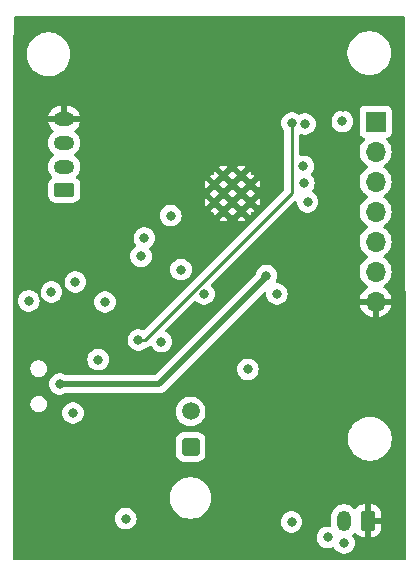
<source format=gbr>
%TF.GenerationSoftware,KiCad,Pcbnew,8.0.2-8.0.2-0~ubuntu22.04.1*%
%TF.CreationDate,2024-05-08T22:35:07+02:00*%
%TF.ProjectId,MailBox_LP_Notifier,4d61696c-426f-4785-9f4c-505f4e6f7469,rev?*%
%TF.SameCoordinates,Original*%
%TF.FileFunction,Copper,L2,Inr*%
%TF.FilePolarity,Positive*%
%FSLAX46Y46*%
G04 Gerber Fmt 4.6, Leading zero omitted, Abs format (unit mm)*
G04 Created by KiCad (PCBNEW 8.0.2-8.0.2-0~ubuntu22.04.1) date 2024-05-08 22:35:07*
%MOMM*%
%LPD*%
G01*
G04 APERTURE LIST*
G04 Aperture macros list*
%AMRoundRect*
0 Rectangle with rounded corners*
0 $1 Rounding radius*
0 $2 $3 $4 $5 $6 $7 $8 $9 X,Y pos of 4 corners*
0 Add a 4 corners polygon primitive as box body*
4,1,4,$2,$3,$4,$5,$6,$7,$8,$9,$2,$3,0*
0 Add four circle primitives for the rounded corners*
1,1,$1+$1,$2,$3*
1,1,$1+$1,$4,$5*
1,1,$1+$1,$6,$7*
1,1,$1+$1,$8,$9*
0 Add four rect primitives between the rounded corners*
20,1,$1+$1,$2,$3,$4,$5,0*
20,1,$1+$1,$4,$5,$6,$7,0*
20,1,$1+$1,$6,$7,$8,$9,0*
20,1,$1+$1,$8,$9,$2,$3,0*%
G04 Aperture macros list end*
%TA.AperFunction,ComponentPad*%
%ADD10RoundRect,0.250001X0.499999X0.499999X-0.499999X0.499999X-0.499999X-0.499999X0.499999X-0.499999X0*%
%TD*%
%TA.AperFunction,ComponentPad*%
%ADD11C,1.500000*%
%TD*%
%TA.AperFunction,ComponentPad*%
%ADD12R,1.700000X1.700000*%
%TD*%
%TA.AperFunction,ComponentPad*%
%ADD13O,1.700000X1.700000*%
%TD*%
%TA.AperFunction,ComponentPad*%
%ADD14RoundRect,0.250000X0.625000X-0.350000X0.625000X0.350000X-0.625000X0.350000X-0.625000X-0.350000X0*%
%TD*%
%TA.AperFunction,ComponentPad*%
%ADD15O,1.750000X1.200000*%
%TD*%
%TA.AperFunction,HeatsinkPad*%
%ADD16C,0.600000*%
%TD*%
%TA.AperFunction,ComponentPad*%
%ADD17RoundRect,0.250000X0.350000X0.625000X-0.350000X0.625000X-0.350000X-0.625000X0.350000X-0.625000X0*%
%TD*%
%TA.AperFunction,ComponentPad*%
%ADD18O,1.200000X1.750000*%
%TD*%
%TA.AperFunction,ViaPad*%
%ADD19C,0.800000*%
%TD*%
%TA.AperFunction,Conductor*%
%ADD20C,0.250000*%
%TD*%
%TA.AperFunction,Conductor*%
%ADD21C,0.500000*%
%TD*%
G04 APERTURE END LIST*
D10*
%TO.N,Net-(D1-A)*%
%TO.C,SW1*%
X132765800Y-91871800D03*
D11*
%TO.N,VDD*%
X132765800Y-88871800D03*
%TD*%
D12*
%TO.N,DRT*%
%TO.C,J2*%
X148437200Y-64332800D03*
D13*
%TO.N,RTS*%
X148437200Y-66872800D03*
%TO.N,TX*%
X148437200Y-69412800D03*
%TO.N,RX*%
X148437200Y-71952800D03*
%TO.N,+3.3V*%
X148437200Y-74492800D03*
%TO.N,unconnected-(J2-Pin_6-Pad6)*%
X148437200Y-77032800D03*
%TO.N,GND*%
X148437200Y-79572800D03*
%TD*%
D14*
%TO.N,SCL*%
%TO.C,J3*%
X122058600Y-70132200D03*
D15*
%TO.N,SDA*%
X122058600Y-68132200D03*
%TO.N,+3.3V*%
X122058600Y-66132200D03*
%TO.N,GND*%
X122058600Y-64132200D03*
%TD*%
D16*
%TO.N,GND*%
%TO.C,U3*%
X137841000Y-71167900D03*
X137841000Y-69642900D03*
X137078500Y-71930400D03*
X137078500Y-70405400D03*
X137078500Y-68880400D03*
X136316000Y-71167900D03*
X136316000Y-69642900D03*
X135553500Y-71930400D03*
X135553500Y-70405400D03*
X135553500Y-68880400D03*
X134791000Y-71167900D03*
X134791000Y-69642900D03*
%TD*%
D17*
%TO.N,GND*%
%TO.C,J1*%
X147761200Y-98129000D03*
D18*
%TO.N,VDD*%
X145761200Y-98129000D03*
%TD*%
D19*
%TO.N,GND*%
X142468600Y-81153000D03*
X129336800Y-63068200D03*
X129489200Y-92303600D03*
X121818400Y-95580200D03*
X123126500Y-82334100D03*
X149199600Y-99542600D03*
X142468600Y-80314800D03*
X124333000Y-63060400D03*
X124981000Y-88302800D03*
X139340102Y-97667300D03*
X139725400Y-100228400D03*
X142050000Y-63000000D03*
X143306800Y-93624400D03*
X140880600Y-86144600D03*
X145643600Y-63068200D03*
X136271000Y-93878400D03*
X119100600Y-74472800D03*
X125433000Y-63060400D03*
X147751800Y-100025200D03*
X140156600Y-93498000D03*
%TO.N,VDD*%
X141325600Y-98221800D03*
X140081000Y-78917800D03*
X133908800Y-78917800D03*
X144373600Y-99542600D03*
X119075200Y-79502000D03*
X145770600Y-99999800D03*
X123012200Y-77901800D03*
X131089400Y-72288400D03*
%TO.N,V_SENSE*%
X142671800Y-71120000D03*
%TO.N,+3.3V*%
X124942600Y-84480400D03*
X122819600Y-88991000D03*
X142461490Y-64524985D03*
X145618200Y-64312800D03*
X130288800Y-82969600D03*
%TO.N,~{INT}*%
X120993200Y-78752400D03*
X128854200Y-74193400D03*
%TO.N,MCU_HOLD*%
X128574800Y-75742800D03*
%TO.N,TX*%
X142319988Y-68119012D03*
%TO.N,RX*%
X142367000Y-69545200D03*
%TO.N,IO0*%
X125526800Y-79603600D03*
%TO.N,RST*%
X141351000Y-64439800D03*
X128346200Y-82829400D03*
%TO.N,VCC_SW*%
X121691400Y-86537800D03*
X139192000Y-77368400D03*
%TO.N,C_REED*%
X127279400Y-97942400D03*
%TO.N,WU_BUT*%
X131955079Y-76858487D03*
%TO.N,Net-(Q2-G)*%
X137617878Y-85298033D03*
%TD*%
D20*
%TO.N,RST*%
X141351000Y-64439800D02*
X141351000Y-70367305D01*
X141351000Y-70367305D02*
X128888905Y-82829400D01*
X128888905Y-82829400D02*
X128346200Y-82829400D01*
D21*
%TO.N,VCC_SW*%
X139192000Y-77470000D02*
X139192000Y-77368400D01*
X130124200Y-86537800D02*
X139192000Y-77470000D01*
X121691400Y-86537800D02*
X130124200Y-86537800D01*
%TD*%
%TA.AperFunction,Conductor*%
%TO.N,GND*%
G36*
X150894390Y-55442802D02*
G01*
X150940883Y-55496458D01*
X150952269Y-55548731D01*
X150977530Y-101346931D01*
X150957566Y-101415062D01*
X150903936Y-101461585D01*
X150851530Y-101473000D01*
X117855139Y-101473000D01*
X117787018Y-101452998D01*
X117740525Y-101399342D01*
X117729139Y-101346861D01*
X117730257Y-100333717D01*
X117731130Y-99542600D01*
X143460096Y-99542600D01*
X143480057Y-99732527D01*
X143505189Y-99809872D01*
X143539073Y-99914156D01*
X143539076Y-99914161D01*
X143634558Y-100079541D01*
X143634565Y-100079551D01*
X143762344Y-100221464D01*
X143762347Y-100221466D01*
X143916848Y-100333718D01*
X144091312Y-100411394D01*
X144278113Y-100451100D01*
X144469087Y-100451100D01*
X144655888Y-100411394D01*
X144793526Y-100350113D01*
X144863891Y-100340680D01*
X144928188Y-100370786D01*
X144953892Y-100402220D01*
X145031560Y-100536744D01*
X145031562Y-100536747D01*
X145031565Y-100536751D01*
X145159344Y-100678664D01*
X145159347Y-100678666D01*
X145313848Y-100790918D01*
X145488312Y-100868594D01*
X145675113Y-100908300D01*
X145866087Y-100908300D01*
X146052888Y-100868594D01*
X146227352Y-100790918D01*
X146381853Y-100678666D01*
X146509640Y-100536744D01*
X146605127Y-100371356D01*
X146664142Y-100189728D01*
X146684104Y-99999800D01*
X146664142Y-99809872D01*
X146605127Y-99628244D01*
X146531890Y-99501394D01*
X146509641Y-99462857D01*
X146509640Y-99462855D01*
X146476107Y-99425613D01*
X146445389Y-99361606D01*
X146454154Y-99291152D01*
X146480648Y-99252208D01*
X146582748Y-99150108D01*
X146645060Y-99116082D01*
X146715875Y-99121147D01*
X146772711Y-99163694D01*
X146779084Y-99173057D01*
X146812563Y-99227336D01*
X146812570Y-99227345D01*
X146937854Y-99352629D01*
X146937860Y-99352634D01*
X147088674Y-99445657D01*
X147256878Y-99501393D01*
X147256881Y-99501394D01*
X147360683Y-99511999D01*
X147360683Y-99512000D01*
X147507200Y-99512000D01*
X147507200Y-98405330D01*
X147530945Y-98429075D01*
X147616455Y-98478444D01*
X147711830Y-98504000D01*
X147810570Y-98504000D01*
X147905945Y-98478444D01*
X147991455Y-98429075D01*
X148015200Y-98405330D01*
X148015200Y-99512000D01*
X148161717Y-99512000D01*
X148161716Y-99511999D01*
X148265518Y-99501394D01*
X148265521Y-99501393D01*
X148433725Y-99445657D01*
X148584539Y-99352634D01*
X148584545Y-99352629D01*
X148709829Y-99227345D01*
X148709834Y-99227339D01*
X148802857Y-99076525D01*
X148858593Y-98908321D01*
X148858594Y-98908318D01*
X148869199Y-98804516D01*
X148869200Y-98804516D01*
X148869200Y-98383000D01*
X148037530Y-98383000D01*
X148061275Y-98359255D01*
X148110644Y-98273745D01*
X148136200Y-98178370D01*
X148136200Y-98079630D01*
X148110644Y-97984255D01*
X148061275Y-97898745D01*
X148037530Y-97875000D01*
X148869200Y-97875000D01*
X148869200Y-97453483D01*
X148858594Y-97349681D01*
X148858593Y-97349678D01*
X148802857Y-97181474D01*
X148709834Y-97030660D01*
X148709829Y-97030654D01*
X148584545Y-96905370D01*
X148584539Y-96905365D01*
X148433725Y-96812342D01*
X148265521Y-96756606D01*
X148265518Y-96756605D01*
X148161716Y-96746000D01*
X148015200Y-96746000D01*
X148015200Y-97852670D01*
X147991455Y-97828925D01*
X147905945Y-97779556D01*
X147810570Y-97754000D01*
X147711830Y-97754000D01*
X147616455Y-97779556D01*
X147530945Y-97828925D01*
X147507200Y-97852670D01*
X147507200Y-96746000D01*
X147360683Y-96746000D01*
X147256881Y-96756605D01*
X147256878Y-96756606D01*
X147088674Y-96812342D01*
X146937860Y-96905365D01*
X146937854Y-96905370D01*
X146812570Y-97030654D01*
X146812565Y-97030660D01*
X146779084Y-97084943D01*
X146726298Y-97132421D01*
X146656223Y-97143824D01*
X146591108Y-97115532D01*
X146582748Y-97107891D01*
X146483344Y-97008487D01*
X146483341Y-97008485D01*
X146483339Y-97008483D01*
X146342181Y-96905926D01*
X146186716Y-96826712D01*
X146186713Y-96826711D01*
X146186711Y-96826710D01*
X146020777Y-96772796D01*
X146020774Y-96772795D01*
X145848441Y-96745500D01*
X145673959Y-96745500D01*
X145501626Y-96772795D01*
X145501623Y-96772795D01*
X145501622Y-96772796D01*
X145335688Y-96826710D01*
X145335682Y-96826713D01*
X145180215Y-96905928D01*
X145039058Y-97008485D01*
X145039055Y-97008487D01*
X144915687Y-97131855D01*
X144915685Y-97131858D01*
X144813128Y-97273015D01*
X144733913Y-97428482D01*
X144733910Y-97428488D01*
X144679996Y-97594422D01*
X144679995Y-97594426D01*
X144652957Y-97765142D01*
X144652700Y-97766762D01*
X144652700Y-98491241D01*
X144653833Y-98498398D01*
X144644729Y-98568809D01*
X144599004Y-98623120D01*
X144531174Y-98644088D01*
X144503186Y-98641348D01*
X144469087Y-98634100D01*
X144278113Y-98634100D01*
X144091311Y-98673806D01*
X143916847Y-98751482D01*
X143762344Y-98863735D01*
X143634565Y-99005648D01*
X143634558Y-99005658D01*
X143539076Y-99171038D01*
X143539073Y-99171045D01*
X143480057Y-99352672D01*
X143460096Y-99542600D01*
X117731130Y-99542600D01*
X117732895Y-97942400D01*
X126365896Y-97942400D01*
X126385857Y-98132327D01*
X126400818Y-98178370D01*
X126444873Y-98313956D01*
X126444876Y-98313961D01*
X126540358Y-98479341D01*
X126540365Y-98479351D01*
X126668144Y-98621264D01*
X126668147Y-98621266D01*
X126822648Y-98733518D01*
X126997112Y-98811194D01*
X127183913Y-98850900D01*
X127374887Y-98850900D01*
X127561688Y-98811194D01*
X127736152Y-98733518D01*
X127890653Y-98621266D01*
X127915785Y-98593354D01*
X128018434Y-98479351D01*
X128018435Y-98479349D01*
X128018440Y-98479344D01*
X128113927Y-98313956D01*
X128143871Y-98221800D01*
X140412096Y-98221800D01*
X140432057Y-98411727D01*
X140460219Y-98498398D01*
X140491073Y-98593356D01*
X140491076Y-98593361D01*
X140586558Y-98758741D01*
X140586565Y-98758751D01*
X140714344Y-98900664D01*
X140714347Y-98900666D01*
X140868848Y-99012918D01*
X141043312Y-99090594D01*
X141230113Y-99130300D01*
X141421087Y-99130300D01*
X141607888Y-99090594D01*
X141782352Y-99012918D01*
X141936853Y-98900666D01*
X141970107Y-98863734D01*
X142064634Y-98758751D01*
X142064635Y-98758749D01*
X142064640Y-98758744D01*
X142160127Y-98593356D01*
X142219142Y-98411728D01*
X142239104Y-98221800D01*
X142219142Y-98031872D01*
X142160127Y-97850244D01*
X142064640Y-97684856D01*
X142064638Y-97684854D01*
X142064634Y-97684848D01*
X141936855Y-97542935D01*
X141782352Y-97430682D01*
X141607888Y-97353006D01*
X141421087Y-97313300D01*
X141230113Y-97313300D01*
X141043311Y-97353006D01*
X140868847Y-97430682D01*
X140714344Y-97542935D01*
X140586565Y-97684848D01*
X140586558Y-97684858D01*
X140491076Y-97850238D01*
X140491073Y-97850244D01*
X140490191Y-97852958D01*
X140432057Y-98031872D01*
X140412096Y-98221800D01*
X128143871Y-98221800D01*
X128172942Y-98132328D01*
X128192904Y-97942400D01*
X128172942Y-97752472D01*
X128113927Y-97570844D01*
X128018440Y-97405456D01*
X128018438Y-97405454D01*
X128018434Y-97405448D01*
X127890655Y-97263535D01*
X127736152Y-97151282D01*
X127561688Y-97073606D01*
X127374887Y-97033900D01*
X127183913Y-97033900D01*
X126997111Y-97073606D01*
X126822647Y-97151282D01*
X126668144Y-97263535D01*
X126540365Y-97405448D01*
X126540358Y-97405458D01*
X126444876Y-97570838D01*
X126444873Y-97570845D01*
X126385857Y-97752472D01*
X126365896Y-97942400D01*
X117732895Y-97942400D01*
X117734953Y-96077063D01*
X131015300Y-96077063D01*
X131015300Y-96306536D01*
X131045250Y-96534031D01*
X131045252Y-96534038D01*
X131104642Y-96755687D01*
X131192456Y-96967688D01*
X131192457Y-96967689D01*
X131192462Y-96967700D01*
X131307186Y-97166408D01*
X131307191Y-97166415D01*
X131446873Y-97348452D01*
X131446892Y-97348473D01*
X131609126Y-97510707D01*
X131609147Y-97510726D01*
X131791184Y-97650408D01*
X131791191Y-97650413D01*
X131989899Y-97765137D01*
X131989903Y-97765138D01*
X131989912Y-97765144D01*
X132201913Y-97852958D01*
X132423562Y-97912348D01*
X132423566Y-97912348D01*
X132423568Y-97912349D01*
X132482198Y-97920067D01*
X132651066Y-97942300D01*
X132651073Y-97942300D01*
X132880527Y-97942300D01*
X132880534Y-97942300D01*
X133086145Y-97915230D01*
X133108031Y-97912349D01*
X133108031Y-97912348D01*
X133108038Y-97912348D01*
X133329687Y-97852958D01*
X133541688Y-97765144D01*
X133740412Y-97650411D01*
X133922461Y-97510719D01*
X134084719Y-97348461D01*
X134224411Y-97166412D01*
X134339144Y-96967688D01*
X134426958Y-96755687D01*
X134486348Y-96534038D01*
X134516300Y-96306534D01*
X134516300Y-96077066D01*
X134486348Y-95849562D01*
X134426958Y-95627913D01*
X134339144Y-95415912D01*
X134339138Y-95415903D01*
X134339137Y-95415899D01*
X134224413Y-95217191D01*
X134224408Y-95217184D01*
X134084726Y-95035147D01*
X134084707Y-95035126D01*
X133922473Y-94872892D01*
X133922452Y-94872873D01*
X133740415Y-94733191D01*
X133740408Y-94733186D01*
X133541700Y-94618462D01*
X133541692Y-94618458D01*
X133541688Y-94618456D01*
X133329687Y-94530642D01*
X133108038Y-94471252D01*
X133108031Y-94471250D01*
X132880536Y-94441300D01*
X132880534Y-94441300D01*
X132651066Y-94441300D01*
X132651063Y-94441300D01*
X132423568Y-94471250D01*
X132201913Y-94530642D01*
X131989910Y-94618457D01*
X131989899Y-94618462D01*
X131791191Y-94733186D01*
X131791184Y-94733191D01*
X131609147Y-94872873D01*
X131609126Y-94872892D01*
X131446892Y-95035126D01*
X131446873Y-95035147D01*
X131307191Y-95217184D01*
X131307186Y-95217191D01*
X131192462Y-95415899D01*
X131192457Y-95415910D01*
X131104642Y-95627913D01*
X131045250Y-95849568D01*
X131015300Y-96077063D01*
X117734953Y-96077063D01*
X117738985Y-92422352D01*
X131507299Y-92422352D01*
X131517912Y-92526221D01*
X131517912Y-92526223D01*
X131517913Y-92526225D01*
X131573685Y-92694538D01*
X131594287Y-92727938D01*
X131666770Y-92845451D01*
X131666775Y-92845457D01*
X131792142Y-92970824D01*
X131792148Y-92970829D01*
X131792149Y-92970830D01*
X131943062Y-93063915D01*
X132111375Y-93119687D01*
X132139706Y-93122581D01*
X132215248Y-93130300D01*
X132215256Y-93130300D01*
X133316352Y-93130300D01*
X133385598Y-93123224D01*
X133420225Y-93119687D01*
X133588538Y-93063915D01*
X133739451Y-92970830D01*
X133864830Y-92845451D01*
X133957915Y-92694538D01*
X134013687Y-92526225D01*
X134017224Y-92491598D01*
X134024300Y-92422352D01*
X134024300Y-91321247D01*
X134013687Y-91217378D01*
X134013687Y-91217375D01*
X133963100Y-91064709D01*
X146104500Y-91064709D01*
X146104500Y-91307290D01*
X146136160Y-91547782D01*
X146198944Y-91782095D01*
X146198945Y-91782097D01*
X146198946Y-91782100D01*
X146291776Y-92006212D01*
X146291777Y-92006213D01*
X146291782Y-92006224D01*
X146413061Y-92216285D01*
X146413063Y-92216288D01*
X146413064Y-92216289D01*
X146560735Y-92408738D01*
X146560739Y-92408742D01*
X146560744Y-92408748D01*
X146732251Y-92580255D01*
X146732256Y-92580259D01*
X146732262Y-92580265D01*
X146924711Y-92727936D01*
X146924714Y-92727938D01*
X147134775Y-92849217D01*
X147134779Y-92849218D01*
X147134788Y-92849224D01*
X147358900Y-92942054D01*
X147593211Y-93004838D01*
X147593215Y-93004838D01*
X147593217Y-93004839D01*
X147655202Y-93012999D01*
X147833712Y-93036500D01*
X147833719Y-93036500D01*
X148076281Y-93036500D01*
X148076288Y-93036500D01*
X148293637Y-93007885D01*
X148316782Y-93004839D01*
X148316782Y-93004838D01*
X148316789Y-93004838D01*
X148551100Y-92942054D01*
X148775212Y-92849224D01*
X148985289Y-92727936D01*
X149177738Y-92580265D01*
X149349265Y-92408738D01*
X149496936Y-92216289D01*
X149618224Y-92006212D01*
X149711054Y-91782100D01*
X149773838Y-91547789D01*
X149805500Y-91307288D01*
X149805500Y-91064712D01*
X149773838Y-90824211D01*
X149711054Y-90589900D01*
X149618224Y-90365788D01*
X149618218Y-90365779D01*
X149618217Y-90365775D01*
X149496938Y-90155714D01*
X149481125Y-90135106D01*
X149349265Y-89963262D01*
X149349259Y-89963256D01*
X149349255Y-89963251D01*
X149177748Y-89791744D01*
X149177742Y-89791739D01*
X149177738Y-89791735D01*
X148985289Y-89644064D01*
X148985288Y-89644063D01*
X148985285Y-89644061D01*
X148775224Y-89522782D01*
X148775216Y-89522778D01*
X148775212Y-89522776D01*
X148551100Y-89429946D01*
X148551097Y-89429945D01*
X148551095Y-89429944D01*
X148316782Y-89367160D01*
X148076290Y-89335500D01*
X148076288Y-89335500D01*
X147833712Y-89335500D01*
X147833709Y-89335500D01*
X147593217Y-89367160D01*
X147358904Y-89429944D01*
X147358900Y-89429946D01*
X147181446Y-89503450D01*
X147134786Y-89522777D01*
X147134775Y-89522782D01*
X146924714Y-89644061D01*
X146732262Y-89791735D01*
X146732251Y-89791744D01*
X146560744Y-89963251D01*
X146560735Y-89963262D01*
X146413061Y-90155714D01*
X146291782Y-90365775D01*
X146291777Y-90365786D01*
X146198946Y-90589900D01*
X146198944Y-90589904D01*
X146136160Y-90824217D01*
X146104500Y-91064709D01*
X133963100Y-91064709D01*
X133957915Y-91049062D01*
X133864830Y-90898149D01*
X133864829Y-90898148D01*
X133864824Y-90898142D01*
X133739457Y-90772775D01*
X133739451Y-90772770D01*
X133588538Y-90679685D01*
X133420225Y-90623913D01*
X133420223Y-90623912D01*
X133420221Y-90623912D01*
X133316352Y-90613300D01*
X133316344Y-90613300D01*
X132215256Y-90613300D01*
X132215248Y-90613300D01*
X132111378Y-90623912D01*
X131943062Y-90679685D01*
X131943060Y-90679686D01*
X131792148Y-90772770D01*
X131792142Y-90772775D01*
X131666775Y-90898142D01*
X131666770Y-90898148D01*
X131573686Y-91049060D01*
X131573685Y-91049062D01*
X131517912Y-91217378D01*
X131507300Y-91321247D01*
X131507300Y-92422352D01*
X131507299Y-92422352D01*
X117738985Y-92422352D01*
X117742770Y-88991000D01*
X121906096Y-88991000D01*
X121926057Y-89180927D01*
X121956126Y-89273470D01*
X121985073Y-89362556D01*
X121985076Y-89362561D01*
X122080558Y-89527941D01*
X122080565Y-89527951D01*
X122208344Y-89669864D01*
X122208347Y-89669866D01*
X122362848Y-89782118D01*
X122537312Y-89859794D01*
X122724113Y-89899500D01*
X122915087Y-89899500D01*
X123101888Y-89859794D01*
X123276352Y-89782118D01*
X123430853Y-89669866D01*
X123558640Y-89527944D01*
X123654127Y-89362556D01*
X123713142Y-89180928D01*
X123733104Y-88991000D01*
X123720576Y-88871800D01*
X131502493Y-88871800D01*
X131506235Y-88914578D01*
X131521685Y-89091170D01*
X131578679Y-89303873D01*
X131578681Y-89303879D01*
X131637466Y-89429944D01*
X131671744Y-89503454D01*
X131770199Y-89644061D01*
X131798051Y-89683838D01*
X131798054Y-89683842D01*
X131953757Y-89839545D01*
X131953761Y-89839548D01*
X131953762Y-89839549D01*
X132134146Y-89965856D01*
X132333724Y-90058920D01*
X132546429Y-90115915D01*
X132765800Y-90135107D01*
X132985171Y-90115915D01*
X133197876Y-90058920D01*
X133397454Y-89965856D01*
X133577838Y-89839549D01*
X133733549Y-89683838D01*
X133859856Y-89503454D01*
X133952920Y-89303876D01*
X134009915Y-89091171D01*
X134029107Y-88871800D01*
X134009915Y-88652429D01*
X133952920Y-88439724D01*
X133859856Y-88240147D01*
X133733549Y-88059762D01*
X133577838Y-87904051D01*
X133397454Y-87777744D01*
X133224061Y-87696890D01*
X133197879Y-87684681D01*
X133197873Y-87684679D01*
X133107978Y-87660591D01*
X132985171Y-87627685D01*
X132765800Y-87608493D01*
X132546429Y-87627685D01*
X132333726Y-87684679D01*
X132333720Y-87684681D01*
X132134146Y-87777744D01*
X131953765Y-87904048D01*
X131953759Y-87904053D01*
X131798053Y-88059759D01*
X131798048Y-88059765D01*
X131671744Y-88240146D01*
X131578681Y-88439720D01*
X131578679Y-88439726D01*
X131574839Y-88454058D01*
X131521685Y-88652429D01*
X131502493Y-88871800D01*
X123720576Y-88871800D01*
X123713142Y-88801072D01*
X123654127Y-88619444D01*
X123558640Y-88454056D01*
X123558638Y-88454054D01*
X123558634Y-88454048D01*
X123430855Y-88312135D01*
X123276352Y-88199882D01*
X123101888Y-88122206D01*
X122915087Y-88082500D01*
X122724113Y-88082500D01*
X122537311Y-88122206D01*
X122362847Y-88199882D01*
X122208344Y-88312135D01*
X122080565Y-88454048D01*
X122080558Y-88454058D01*
X121985076Y-88619438D01*
X121985073Y-88619444D01*
X121970599Y-88663986D01*
X121926057Y-88801072D01*
X121906096Y-88991000D01*
X117742770Y-88991000D01*
X117743673Y-88172004D01*
X119205500Y-88172004D01*
X119205500Y-88309995D01*
X119205926Y-88312135D01*
X119232420Y-88445328D01*
X119285225Y-88572811D01*
X119316385Y-88619445D01*
X119361885Y-88687541D01*
X119361890Y-88687547D01*
X119459452Y-88785109D01*
X119459458Y-88785114D01*
X119574189Y-88861775D01*
X119701672Y-88914580D01*
X119837007Y-88941500D01*
X119837008Y-88941500D01*
X119974992Y-88941500D01*
X119974993Y-88941500D01*
X120110328Y-88914580D01*
X120237811Y-88861775D01*
X120352542Y-88785114D01*
X120450114Y-88687542D01*
X120526775Y-88572811D01*
X120579580Y-88445328D01*
X120606500Y-88309993D01*
X120606500Y-88172007D01*
X120579580Y-88036672D01*
X120526775Y-87909189D01*
X120450114Y-87794458D01*
X120450109Y-87794452D01*
X120352547Y-87696890D01*
X120352541Y-87696885D01*
X120314471Y-87671447D01*
X120237811Y-87620225D01*
X120157421Y-87586926D01*
X120110331Y-87567421D01*
X120110328Y-87567420D01*
X119974995Y-87540500D01*
X119974993Y-87540500D01*
X119837007Y-87540500D01*
X119837004Y-87540500D01*
X119701671Y-87567420D01*
X119701668Y-87567421D01*
X119574189Y-87620225D01*
X119459458Y-87696885D01*
X119459452Y-87696890D01*
X119361890Y-87794452D01*
X119361885Y-87794458D01*
X119285225Y-87909189D01*
X119232421Y-88036668D01*
X119232420Y-88036671D01*
X119205500Y-88172004D01*
X117743673Y-88172004D01*
X117745476Y-86537800D01*
X120777896Y-86537800D01*
X120797857Y-86727727D01*
X120827926Y-86820270D01*
X120856873Y-86909356D01*
X120856876Y-86909361D01*
X120952358Y-87074741D01*
X120952365Y-87074751D01*
X121080144Y-87216664D01*
X121080147Y-87216666D01*
X121234648Y-87328918D01*
X121409112Y-87406594D01*
X121595913Y-87446300D01*
X121786887Y-87446300D01*
X121973688Y-87406594D01*
X122148152Y-87328918D01*
X122159924Y-87320364D01*
X122226791Y-87296506D01*
X122233987Y-87296300D01*
X130198901Y-87296300D01*
X130198905Y-87296300D01*
X130198906Y-87296300D01*
X130272176Y-87281725D01*
X130345447Y-87267151D01*
X130483484Y-87209974D01*
X130607715Y-87126966D01*
X132436648Y-85298033D01*
X136704374Y-85298033D01*
X136724335Y-85487960D01*
X136751905Y-85572810D01*
X136783351Y-85669589D01*
X136783354Y-85669594D01*
X136878836Y-85834974D01*
X136878843Y-85834984D01*
X137006622Y-85976897D01*
X137067877Y-86021401D01*
X137161126Y-86089151D01*
X137335590Y-86166827D01*
X137522391Y-86206533D01*
X137713365Y-86206533D01*
X137900166Y-86166827D01*
X138074630Y-86089151D01*
X138229131Y-85976899D01*
X138229133Y-85976897D01*
X138356912Y-85834984D01*
X138356913Y-85834982D01*
X138356918Y-85834977D01*
X138452405Y-85669589D01*
X138511420Y-85487961D01*
X138531382Y-85298033D01*
X138511420Y-85108105D01*
X138452405Y-84926477D01*
X138356918Y-84761089D01*
X138356916Y-84761087D01*
X138356912Y-84761081D01*
X138229133Y-84619168D01*
X138074630Y-84506915D01*
X137900166Y-84429239D01*
X137713365Y-84389533D01*
X137522391Y-84389533D01*
X137335589Y-84429239D01*
X137161125Y-84506915D01*
X137006622Y-84619168D01*
X136878843Y-84761081D01*
X136878836Y-84761091D01*
X136783354Y-84926471D01*
X136783351Y-84926478D01*
X136724335Y-85108105D01*
X136704374Y-85298033D01*
X132436648Y-85298033D01*
X138957079Y-78777600D01*
X139019389Y-78743576D01*
X139090204Y-78748641D01*
X139147040Y-78791188D01*
X139171851Y-78857708D01*
X139171482Y-78879864D01*
X139167496Y-78917797D01*
X139167496Y-78917798D01*
X139187457Y-79107727D01*
X139208569Y-79172701D01*
X139246473Y-79289356D01*
X139246476Y-79289361D01*
X139341958Y-79454741D01*
X139341965Y-79454751D01*
X139469744Y-79596664D01*
X139469747Y-79596666D01*
X139624248Y-79708918D01*
X139798712Y-79786594D01*
X139985513Y-79826300D01*
X140176487Y-79826300D01*
X140363288Y-79786594D01*
X140537752Y-79708918D01*
X140692253Y-79596666D01*
X140766459Y-79514252D01*
X140820034Y-79454751D01*
X140820035Y-79454749D01*
X140820040Y-79454744D01*
X140915527Y-79289356D01*
X140974542Y-79107728D01*
X140994504Y-78917800D01*
X140974542Y-78727872D01*
X140915527Y-78546244D01*
X140820040Y-78380856D01*
X140820038Y-78380854D01*
X140820034Y-78380848D01*
X140692255Y-78238935D01*
X140537752Y-78126682D01*
X140363288Y-78049006D01*
X140176487Y-78009300D01*
X140089259Y-78009300D01*
X140021138Y-77989298D01*
X139974645Y-77935642D01*
X139964541Y-77865368D01*
X139980140Y-77820300D01*
X140026527Y-77739956D01*
X140085542Y-77558328D01*
X140105504Y-77368400D01*
X140085542Y-77178472D01*
X140026527Y-76996844D01*
X139931040Y-76831456D01*
X139931038Y-76831454D01*
X139931034Y-76831448D01*
X139803255Y-76689535D01*
X139648752Y-76577282D01*
X139474288Y-76499606D01*
X139287487Y-76459900D01*
X139096513Y-76459900D01*
X138909711Y-76499606D01*
X138735247Y-76577282D01*
X138580744Y-76689535D01*
X138452965Y-76831448D01*
X138452958Y-76831458D01*
X138357476Y-76996838D01*
X138357473Y-76996845D01*
X138298459Y-77178467D01*
X138289922Y-77259687D01*
X138262908Y-77325343D01*
X138253707Y-77335610D01*
X129846924Y-85742395D01*
X129784612Y-85776421D01*
X129757829Y-85779300D01*
X122233987Y-85779300D01*
X122165866Y-85759298D01*
X122159924Y-85755235D01*
X122148154Y-85746683D01*
X121973688Y-85669006D01*
X121786887Y-85629300D01*
X121595913Y-85629300D01*
X121409111Y-85669006D01*
X121234647Y-85746682D01*
X121080144Y-85858935D01*
X120952365Y-86000848D01*
X120952358Y-86000858D01*
X120856876Y-86166238D01*
X120856873Y-86166245D01*
X120797857Y-86347872D01*
X120777896Y-86537800D01*
X117745476Y-86537800D01*
X117746982Y-85172004D01*
X119205500Y-85172004D01*
X119205500Y-85309995D01*
X119221196Y-85388900D01*
X119232420Y-85445328D01*
X119285225Y-85572811D01*
X119322970Y-85629300D01*
X119361885Y-85687541D01*
X119361890Y-85687547D01*
X119459452Y-85785109D01*
X119459458Y-85785114D01*
X119574189Y-85861775D01*
X119701672Y-85914580D01*
X119837007Y-85941500D01*
X119837008Y-85941500D01*
X119974992Y-85941500D01*
X119974993Y-85941500D01*
X120110328Y-85914580D01*
X120237811Y-85861775D01*
X120352542Y-85785114D01*
X120450114Y-85687542D01*
X120526775Y-85572811D01*
X120579580Y-85445328D01*
X120606500Y-85309993D01*
X120606500Y-85172007D01*
X120579580Y-85036672D01*
X120526775Y-84909189D01*
X120450114Y-84794458D01*
X120450109Y-84794452D01*
X120352547Y-84696890D01*
X120352541Y-84696885D01*
X120312794Y-84670327D01*
X120237811Y-84620225D01*
X120157421Y-84586926D01*
X120110331Y-84567421D01*
X120110328Y-84567420D01*
X119974995Y-84540500D01*
X119974993Y-84540500D01*
X119837007Y-84540500D01*
X119837004Y-84540500D01*
X119701671Y-84567420D01*
X119701668Y-84567421D01*
X119574189Y-84620225D01*
X119459458Y-84696885D01*
X119459452Y-84696890D01*
X119361890Y-84794452D01*
X119361885Y-84794458D01*
X119285225Y-84909189D01*
X119232421Y-85036668D01*
X119232420Y-85036671D01*
X119205500Y-85172004D01*
X117746982Y-85172004D01*
X117747745Y-84480400D01*
X124029096Y-84480400D01*
X124049057Y-84670327D01*
X124078546Y-84761081D01*
X124108073Y-84851956D01*
X124108076Y-84851961D01*
X124203558Y-85017341D01*
X124203565Y-85017351D01*
X124331344Y-85159264D01*
X124331347Y-85159266D01*
X124485848Y-85271518D01*
X124660312Y-85349194D01*
X124847113Y-85388900D01*
X125038087Y-85388900D01*
X125224888Y-85349194D01*
X125399352Y-85271518D01*
X125553853Y-85159266D01*
X125681640Y-85017344D01*
X125777127Y-84851956D01*
X125836142Y-84670328D01*
X125856104Y-84480400D01*
X125836142Y-84290472D01*
X125777127Y-84108844D01*
X125681640Y-83943456D01*
X125681638Y-83943454D01*
X125681634Y-83943448D01*
X125553855Y-83801535D01*
X125399352Y-83689282D01*
X125224888Y-83611606D01*
X125038087Y-83571900D01*
X124847113Y-83571900D01*
X124660311Y-83611606D01*
X124485847Y-83689282D01*
X124331344Y-83801535D01*
X124203565Y-83943448D01*
X124203558Y-83943458D01*
X124108076Y-84108838D01*
X124108073Y-84108845D01*
X124049057Y-84290472D01*
X124029096Y-84480400D01*
X117747745Y-84480400D01*
X117749566Y-82829400D01*
X127432696Y-82829400D01*
X127452657Y-83019327D01*
X127482726Y-83111870D01*
X127511673Y-83200956D01*
X127511676Y-83200961D01*
X127607158Y-83366341D01*
X127607165Y-83366351D01*
X127734944Y-83508264D01*
X127734947Y-83508266D01*
X127889448Y-83620518D01*
X128063912Y-83698194D01*
X128250713Y-83737900D01*
X128441687Y-83737900D01*
X128628488Y-83698194D01*
X128802952Y-83620518D01*
X128957453Y-83508266D01*
X128980551Y-83482612D01*
X129040995Y-83445374D01*
X129049591Y-83443348D01*
X129073690Y-83438555D01*
X129188980Y-83390800D01*
X129289246Y-83323803D01*
X129356999Y-83302589D01*
X129425466Y-83321372D01*
X129468367Y-83365568D01*
X129468815Y-83366344D01*
X129549760Y-83506544D01*
X129549762Y-83506547D01*
X129549765Y-83506551D01*
X129677544Y-83648464D01*
X129677547Y-83648466D01*
X129832048Y-83760718D01*
X130006512Y-83838394D01*
X130193313Y-83878100D01*
X130384287Y-83878100D01*
X130571088Y-83838394D01*
X130745552Y-83760718D01*
X130900053Y-83648466D01*
X130900055Y-83648464D01*
X131027834Y-83506551D01*
X131027835Y-83506549D01*
X131027840Y-83506544D01*
X131123327Y-83341156D01*
X131182342Y-83159528D01*
X131202304Y-82969600D01*
X131182342Y-82779672D01*
X131123327Y-82598044D01*
X131027840Y-82432656D01*
X131027838Y-82432654D01*
X131027834Y-82432648D01*
X130900055Y-82290735D01*
X130745552Y-82178482D01*
X130698653Y-82157601D01*
X130644558Y-82111622D01*
X130623909Y-82043694D01*
X130643261Y-81975386D01*
X130660804Y-81953404D01*
X133070996Y-79543211D01*
X133133306Y-79509188D01*
X133204121Y-79514252D01*
X133253725Y-79547998D01*
X133297544Y-79596664D01*
X133297547Y-79596666D01*
X133452048Y-79708918D01*
X133626512Y-79786594D01*
X133813313Y-79826300D01*
X134004287Y-79826300D01*
X134191088Y-79786594D01*
X134365552Y-79708918D01*
X134520053Y-79596666D01*
X134594259Y-79514252D01*
X134647834Y-79454751D01*
X134647835Y-79454749D01*
X134647840Y-79454744D01*
X134743327Y-79289356D01*
X134802342Y-79107728D01*
X134822304Y-78917800D01*
X134802342Y-78727872D01*
X134743327Y-78546244D01*
X134647840Y-78380856D01*
X134647838Y-78380854D01*
X134647834Y-78380848D01*
X134531465Y-78251607D01*
X134500747Y-78187600D01*
X134509512Y-78117146D01*
X134536003Y-78078205D01*
X141546389Y-71067819D01*
X141608699Y-71033795D01*
X141679514Y-71038860D01*
X141736350Y-71081407D01*
X141760792Y-71143746D01*
X141778257Y-71309927D01*
X141790900Y-71348837D01*
X141837273Y-71491556D01*
X141837276Y-71491561D01*
X141932758Y-71656941D01*
X141932765Y-71656951D01*
X142060544Y-71798864D01*
X142060547Y-71798866D01*
X142215048Y-71911118D01*
X142389512Y-71988794D01*
X142576313Y-72028500D01*
X142767287Y-72028500D01*
X142954088Y-71988794D01*
X143128552Y-71911118D01*
X143283053Y-71798866D01*
X143283055Y-71798864D01*
X143410834Y-71656951D01*
X143410835Y-71656949D01*
X143410840Y-71656944D01*
X143506327Y-71491556D01*
X143565342Y-71309928D01*
X143585304Y-71120000D01*
X143565342Y-70930072D01*
X143506327Y-70748444D01*
X143410840Y-70583056D01*
X143410838Y-70583054D01*
X143410834Y-70583048D01*
X143283055Y-70441135D01*
X143181765Y-70367544D01*
X143128552Y-70328882D01*
X143128550Y-70328881D01*
X143128549Y-70328880D01*
X143112323Y-70321656D01*
X143058228Y-70275676D01*
X143037579Y-70207749D01*
X143056932Y-70139441D01*
X143069931Y-70122246D01*
X143106040Y-70082144D01*
X143201527Y-69916756D01*
X143260542Y-69735128D01*
X143280504Y-69545200D01*
X143260542Y-69355272D01*
X143201527Y-69173644D01*
X143106040Y-69008256D01*
X143106038Y-69008254D01*
X143106034Y-69008248D01*
X142999841Y-68890309D01*
X142969123Y-68826302D01*
X142977888Y-68755848D01*
X142999837Y-68721693D01*
X143059028Y-68655956D01*
X143154515Y-68490568D01*
X143213530Y-68308940D01*
X143233492Y-68119012D01*
X143213530Y-67929084D01*
X143154515Y-67747456D01*
X143059028Y-67582068D01*
X143059026Y-67582066D01*
X143059022Y-67582060D01*
X142931243Y-67440147D01*
X142776740Y-67327894D01*
X142602276Y-67250218D01*
X142415475Y-67210512D01*
X142224501Y-67210512D01*
X142224500Y-67210512D01*
X142136697Y-67229175D01*
X142065906Y-67223773D01*
X142009273Y-67180956D01*
X141984780Y-67114318D01*
X141984500Y-67105928D01*
X141984500Y-66872800D01*
X147074044Y-66872800D01*
X147088262Y-67044386D01*
X147092637Y-67097175D01*
X147147902Y-67315412D01*
X147147903Y-67315413D01*
X147147904Y-67315416D01*
X147189419Y-67410061D01*
X147238341Y-67521593D01*
X147361475Y-67710065D01*
X147361479Y-67710070D01*
X147513962Y-67875708D01*
X147568531Y-67918181D01*
X147691624Y-68013989D01*
X147724880Y-68031986D01*
X147775271Y-68082000D01*
X147790623Y-68151316D01*
X147766062Y-68217929D01*
X147724880Y-68253613D01*
X147691626Y-68271610D01*
X147691624Y-68271611D01*
X147513962Y-68409891D01*
X147361479Y-68575529D01*
X147361475Y-68575534D01*
X147238341Y-68764006D01*
X147147903Y-68970186D01*
X147147902Y-68970187D01*
X147092637Y-69188424D01*
X147092636Y-69188430D01*
X147092636Y-69188432D01*
X147074044Y-69412800D01*
X147091857Y-69627772D01*
X147092637Y-69637175D01*
X147147902Y-69855412D01*
X147147903Y-69855413D01*
X147147904Y-69855416D01*
X147238340Y-70061591D01*
X147238341Y-70061593D01*
X147361475Y-70250065D01*
X147361479Y-70250070D01*
X147469623Y-70367544D01*
X147504473Y-70405401D01*
X147513962Y-70415708D01*
X147546631Y-70441135D01*
X147691624Y-70553989D01*
X147724880Y-70571986D01*
X147775271Y-70622000D01*
X147790623Y-70691316D01*
X147766062Y-70757929D01*
X147724880Y-70793613D01*
X147691626Y-70811610D01*
X147691624Y-70811611D01*
X147513962Y-70949891D01*
X147361479Y-71115529D01*
X147361475Y-71115534D01*
X147238341Y-71304006D01*
X147147903Y-71510186D01*
X147147902Y-71510187D01*
X147092637Y-71728424D01*
X147092636Y-71728430D01*
X147092636Y-71728432D01*
X147074044Y-71952800D01*
X147087180Y-72111329D01*
X147092637Y-72177175D01*
X147147902Y-72395412D01*
X147147903Y-72395413D01*
X147147904Y-72395416D01*
X147238340Y-72601591D01*
X147238341Y-72601593D01*
X147361475Y-72790065D01*
X147361479Y-72790070D01*
X147513962Y-72955708D01*
X147528812Y-72967266D01*
X147691624Y-73093989D01*
X147724880Y-73111986D01*
X147775271Y-73162000D01*
X147790623Y-73231316D01*
X147766062Y-73297929D01*
X147724880Y-73333613D01*
X147691626Y-73351610D01*
X147691624Y-73351611D01*
X147513962Y-73489891D01*
X147361479Y-73655529D01*
X147361475Y-73655534D01*
X147238341Y-73844006D01*
X147147903Y-74050186D01*
X147147902Y-74050187D01*
X147092637Y-74268424D01*
X147092636Y-74268430D01*
X147092636Y-74268432D01*
X147083115Y-74383328D01*
X147074044Y-74492800D01*
X147092637Y-74717175D01*
X147147902Y-74935412D01*
X147147903Y-74935413D01*
X147147904Y-74935416D01*
X147171578Y-74989387D01*
X147238341Y-75141593D01*
X147361475Y-75330065D01*
X147361479Y-75330070D01*
X147513962Y-75495708D01*
X147568531Y-75538181D01*
X147691624Y-75633989D01*
X147724880Y-75651986D01*
X147775271Y-75702000D01*
X147790623Y-75771316D01*
X147766062Y-75837929D01*
X147724880Y-75873613D01*
X147691626Y-75891610D01*
X147691624Y-75891611D01*
X147513962Y-76029891D01*
X147361479Y-76195529D01*
X147361475Y-76195534D01*
X147238341Y-76384006D01*
X147147903Y-76590186D01*
X147147902Y-76590187D01*
X147092637Y-76808424D01*
X147092636Y-76808430D01*
X147092636Y-76808432D01*
X147074044Y-77032800D01*
X147090388Y-77230043D01*
X147092637Y-77257175D01*
X147147902Y-77475412D01*
X147147903Y-77475413D01*
X147147904Y-77475416D01*
X147224309Y-77649604D01*
X147238341Y-77681593D01*
X147361475Y-77870065D01*
X147361479Y-77870070D01*
X147513962Y-78035708D01*
X147562561Y-78073534D01*
X147691624Y-78173989D01*
X147725405Y-78192270D01*
X147775796Y-78242282D01*
X147791149Y-78311599D01*
X147766589Y-78378212D01*
X147725409Y-78413896D01*
X147691904Y-78432028D01*
X147691898Y-78432032D01*
X147514297Y-78570265D01*
X147361874Y-78735841D01*
X147238780Y-78924251D01*
X147148379Y-79130343D01*
X147148376Y-79130350D01*
X147100655Y-79318799D01*
X147100656Y-79318800D01*
X148006497Y-79318800D01*
X147971275Y-79379807D01*
X147937200Y-79506974D01*
X147937200Y-79638626D01*
X147971275Y-79765793D01*
X148006497Y-79826800D01*
X147100655Y-79826800D01*
X147148376Y-80015249D01*
X147148379Y-80015256D01*
X147238780Y-80221348D01*
X147361874Y-80409758D01*
X147514297Y-80575334D01*
X147691898Y-80713567D01*
X147691899Y-80713568D01*
X147889828Y-80820682D01*
X147889830Y-80820683D01*
X148102683Y-80893755D01*
X148102692Y-80893757D01*
X148183200Y-80907191D01*
X148183200Y-80003502D01*
X148244207Y-80038725D01*
X148371374Y-80072800D01*
X148503026Y-80072800D01*
X148630193Y-80038725D01*
X148691200Y-80003502D01*
X148691200Y-80907190D01*
X148771707Y-80893757D01*
X148771716Y-80893755D01*
X148984569Y-80820683D01*
X148984571Y-80820682D01*
X149182500Y-80713568D01*
X149182501Y-80713567D01*
X149360102Y-80575334D01*
X149512525Y-80409758D01*
X149635619Y-80221348D01*
X149726020Y-80015256D01*
X149726023Y-80015249D01*
X149773744Y-79826800D01*
X148867903Y-79826800D01*
X148903125Y-79765793D01*
X148937200Y-79638626D01*
X148937200Y-79506974D01*
X148903125Y-79379807D01*
X148867903Y-79318800D01*
X149773744Y-79318800D01*
X149773744Y-79318799D01*
X149726023Y-79130350D01*
X149726020Y-79130343D01*
X149635619Y-78924251D01*
X149512525Y-78735841D01*
X149360102Y-78570265D01*
X149182501Y-78432032D01*
X149182500Y-78432031D01*
X149148991Y-78413897D01*
X149098601Y-78363883D01*
X149083250Y-78294566D01*
X149107812Y-78227953D01*
X149148990Y-78192272D01*
X149182776Y-78173989D01*
X149360440Y-78035706D01*
X149512922Y-77870068D01*
X149636060Y-77681591D01*
X149726496Y-77475416D01*
X149781764Y-77257168D01*
X149800356Y-77032800D01*
X149781764Y-76808432D01*
X149726496Y-76590184D01*
X149636060Y-76384009D01*
X149567945Y-76279751D01*
X149512924Y-76195534D01*
X149512920Y-76195529D01*
X149396770Y-76069359D01*
X149360440Y-76029894D01*
X149360439Y-76029893D01*
X149360437Y-76029891D01*
X149278582Y-75966181D01*
X149182776Y-75891611D01*
X149149519Y-75873613D01*
X149099129Y-75823602D01*
X149083776Y-75754285D01*
X149108336Y-75687672D01*
X149149520Y-75651986D01*
X149182776Y-75633989D01*
X149360440Y-75495706D01*
X149512922Y-75330068D01*
X149636060Y-75141591D01*
X149726496Y-74935416D01*
X149781764Y-74717168D01*
X149800356Y-74492800D01*
X149781764Y-74268432D01*
X149726496Y-74050184D01*
X149636060Y-73844009D01*
X149621575Y-73821838D01*
X149512924Y-73655534D01*
X149512920Y-73655529D01*
X149360437Y-73489891D01*
X149247877Y-73402282D01*
X149182776Y-73351611D01*
X149149519Y-73333613D01*
X149099129Y-73283602D01*
X149083776Y-73214285D01*
X149108336Y-73147672D01*
X149149520Y-73111986D01*
X149182776Y-73093989D01*
X149360440Y-72955706D01*
X149512922Y-72790068D01*
X149636060Y-72601591D01*
X149726496Y-72395416D01*
X149781764Y-72177168D01*
X149800356Y-71952800D01*
X149781764Y-71728432D01*
X149730782Y-71527110D01*
X149726497Y-71510187D01*
X149726496Y-71510186D01*
X149726496Y-71510184D01*
X149636060Y-71304009D01*
X149594698Y-71240699D01*
X149512924Y-71115534D01*
X149512920Y-71115529D01*
X149360437Y-70949891D01*
X149278582Y-70886181D01*
X149182776Y-70811611D01*
X149177378Y-70808690D01*
X149149520Y-70793614D01*
X149099129Y-70743602D01*
X149083776Y-70674285D01*
X149108336Y-70607672D01*
X149149520Y-70571986D01*
X149182776Y-70553989D01*
X149360440Y-70415706D01*
X149512922Y-70250068D01*
X149636060Y-70061591D01*
X149726496Y-69855416D01*
X149781764Y-69637168D01*
X149800356Y-69412800D01*
X149781764Y-69188432D01*
X149780433Y-69183175D01*
X149726497Y-68970187D01*
X149726496Y-68970186D01*
X149726496Y-68970184D01*
X149636060Y-68764009D01*
X149608410Y-68721687D01*
X149512924Y-68575534D01*
X149512920Y-68575529D01*
X149360437Y-68409891D01*
X149278582Y-68346181D01*
X149182776Y-68271611D01*
X149149519Y-68253613D01*
X149099129Y-68203602D01*
X149083776Y-68134285D01*
X149108336Y-68067672D01*
X149149520Y-68031986D01*
X149182776Y-68013989D01*
X149360440Y-67875706D01*
X149512922Y-67710068D01*
X149636060Y-67521591D01*
X149726496Y-67315416D01*
X149781764Y-67097168D01*
X149800356Y-66872800D01*
X149781764Y-66648432D01*
X149726496Y-66430184D01*
X149636060Y-66224009D01*
X149629340Y-66213724D01*
X149512924Y-66035534D01*
X149512919Y-66035529D01*
X149369724Y-65879979D01*
X149338303Y-65816314D01*
X149346290Y-65745768D01*
X149391148Y-65690739D01*
X149418383Y-65676589D01*
X149533404Y-65633689D01*
X149650461Y-65546061D01*
X149738089Y-65429004D01*
X149789189Y-65292001D01*
X149789761Y-65286687D01*
X149795699Y-65231449D01*
X149795700Y-65231432D01*
X149795700Y-63434167D01*
X149795699Y-63434150D01*
X149789190Y-63373603D01*
X149789188Y-63373595D01*
X149738089Y-63236597D01*
X149738087Y-63236592D01*
X149650461Y-63119538D01*
X149533407Y-63031912D01*
X149533402Y-63031910D01*
X149396404Y-62980811D01*
X149396396Y-62980809D01*
X149335849Y-62974300D01*
X149335838Y-62974300D01*
X147538562Y-62974300D01*
X147538550Y-62974300D01*
X147478003Y-62980809D01*
X147477995Y-62980811D01*
X147340997Y-63031910D01*
X147340992Y-63031912D01*
X147223938Y-63119538D01*
X147136312Y-63236592D01*
X147136310Y-63236597D01*
X147085211Y-63373595D01*
X147085209Y-63373603D01*
X147078700Y-63434150D01*
X147078700Y-65231449D01*
X147085209Y-65291996D01*
X147085211Y-65292004D01*
X147136310Y-65429002D01*
X147136312Y-65429007D01*
X147223938Y-65546061D01*
X147340991Y-65633686D01*
X147340992Y-65633686D01*
X147340996Y-65633689D01*
X147456010Y-65676587D01*
X147512842Y-65719132D01*
X147537653Y-65785652D01*
X147522562Y-65855026D01*
X147504675Y-65879979D01*
X147361480Y-66035529D01*
X147361475Y-66035534D01*
X147238341Y-66224006D01*
X147147903Y-66430186D01*
X147147902Y-66430187D01*
X147092637Y-66648424D01*
X147092636Y-66648430D01*
X147092636Y-66648432D01*
X147074044Y-66872800D01*
X141984500Y-66872800D01*
X141984500Y-65501115D01*
X142004502Y-65432994D01*
X142058158Y-65386501D01*
X142128432Y-65376397D01*
X142161750Y-65386009D01*
X142179199Y-65393778D01*
X142179200Y-65393778D01*
X142179202Y-65393779D01*
X142366003Y-65433485D01*
X142556977Y-65433485D01*
X142743778Y-65393779D01*
X142918242Y-65316103D01*
X143072743Y-65203851D01*
X143072745Y-65203849D01*
X143200524Y-65061936D01*
X143200525Y-65061934D01*
X143200530Y-65061929D01*
X143296017Y-64896541D01*
X143355032Y-64714913D01*
X143374994Y-64524985D01*
X143355032Y-64335057D01*
X143347800Y-64312800D01*
X144704696Y-64312800D01*
X144724657Y-64502727D01*
X144754726Y-64595270D01*
X144783673Y-64684356D01*
X144783676Y-64684361D01*
X144879158Y-64849741D01*
X144879165Y-64849751D01*
X145006944Y-64991664D01*
X145006947Y-64991666D01*
X145161448Y-65103918D01*
X145335912Y-65181594D01*
X145522713Y-65221300D01*
X145713687Y-65221300D01*
X145900488Y-65181594D01*
X146074952Y-65103918D01*
X146229453Y-64991666D01*
X146229455Y-64991664D01*
X146357234Y-64849751D01*
X146357235Y-64849749D01*
X146357240Y-64849744D01*
X146452727Y-64684356D01*
X146511742Y-64502728D01*
X146531704Y-64312800D01*
X146511742Y-64122872D01*
X146452727Y-63941244D01*
X146357240Y-63775856D01*
X146357238Y-63775854D01*
X146357234Y-63775848D01*
X146229455Y-63633935D01*
X146074952Y-63521682D01*
X145900488Y-63444006D01*
X145713687Y-63404300D01*
X145522713Y-63404300D01*
X145335911Y-63444006D01*
X145161447Y-63521682D01*
X145006944Y-63633935D01*
X144879165Y-63775848D01*
X144879158Y-63775858D01*
X144783676Y-63941238D01*
X144783673Y-63941245D01*
X144724657Y-64122872D01*
X144704696Y-64312800D01*
X143347800Y-64312800D01*
X143296017Y-64153429D01*
X143200530Y-63988041D01*
X143200528Y-63988039D01*
X143200524Y-63988033D01*
X143072745Y-63846120D01*
X142918242Y-63733867D01*
X142743778Y-63656191D01*
X142556977Y-63616485D01*
X142366003Y-63616485D01*
X142179199Y-63656191D01*
X142021752Y-63726291D01*
X141951385Y-63735725D01*
X141896443Y-63713120D01*
X141807752Y-63648682D01*
X141633288Y-63571006D01*
X141446487Y-63531300D01*
X141255513Y-63531300D01*
X141068711Y-63571006D01*
X140894247Y-63648682D01*
X140739744Y-63760935D01*
X140611965Y-63902848D01*
X140611958Y-63902858D01*
X140516476Y-64068238D01*
X140516473Y-64068245D01*
X140457457Y-64249872D01*
X140437496Y-64439800D01*
X140457457Y-64629727D01*
X140487526Y-64722270D01*
X140516473Y-64811356D01*
X140516476Y-64811361D01*
X140565657Y-64896546D01*
X140611960Y-64976744D01*
X140685137Y-65058015D01*
X140715853Y-65122020D01*
X140717500Y-65142324D01*
X140717500Y-70052710D01*
X140697498Y-70120831D01*
X140680595Y-70141805D01*
X128851153Y-81971246D01*
X128788841Y-82005272D01*
X128718026Y-82000207D01*
X128710820Y-81997262D01*
X128628488Y-81960606D01*
X128441687Y-81920900D01*
X128250713Y-81920900D01*
X128063911Y-81960606D01*
X127889447Y-82038282D01*
X127734944Y-82150535D01*
X127607165Y-82292448D01*
X127607158Y-82292458D01*
X127511676Y-82457838D01*
X127511673Y-82457845D01*
X127452657Y-82639472D01*
X127432696Y-82829400D01*
X117749566Y-82829400D01*
X117753237Y-79502000D01*
X118161696Y-79502000D01*
X118181657Y-79691927D01*
X118187178Y-79708917D01*
X118240673Y-79873556D01*
X118240676Y-79873561D01*
X118336158Y-80038941D01*
X118336165Y-80038951D01*
X118463944Y-80180864D01*
X118463947Y-80180866D01*
X118618448Y-80293118D01*
X118792912Y-80370794D01*
X118979713Y-80410500D01*
X119170687Y-80410500D01*
X119357488Y-80370794D01*
X119531952Y-80293118D01*
X119686453Y-80180866D01*
X119814240Y-80038944D01*
X119909727Y-79873556D01*
X119968742Y-79691928D01*
X119988704Y-79502000D01*
X119968742Y-79312072D01*
X119968742Y-79312070D01*
X119954925Y-79269548D01*
X119952896Y-79198581D01*
X119985480Y-79144541D01*
X119944595Y-79139851D01*
X119889633Y-79094909D01*
X119884523Y-79086789D01*
X119814241Y-78965058D01*
X119814234Y-78965048D01*
X119686455Y-78823135D01*
X119589097Y-78752400D01*
X120079696Y-78752400D01*
X120099657Y-78942327D01*
X120113475Y-78984852D01*
X120115503Y-79055820D01*
X120082917Y-79109857D01*
X120123803Y-79114548D01*
X120178765Y-79159488D01*
X120183876Y-79167609D01*
X120254160Y-79289344D01*
X120254162Y-79289347D01*
X120254165Y-79289351D01*
X120381944Y-79431264D01*
X120414271Y-79454751D01*
X120536448Y-79543518D01*
X120710912Y-79621194D01*
X120897713Y-79660900D01*
X121088687Y-79660900D01*
X121275488Y-79621194D01*
X121315005Y-79603600D01*
X124613296Y-79603600D01*
X124633257Y-79793527D01*
X124661292Y-79879807D01*
X124692273Y-79975156D01*
X124692276Y-79975161D01*
X124787758Y-80140541D01*
X124787765Y-80140551D01*
X124915544Y-80282464D01*
X124915547Y-80282466D01*
X125070048Y-80394718D01*
X125244512Y-80472394D01*
X125431313Y-80512100D01*
X125622287Y-80512100D01*
X125809088Y-80472394D01*
X125983552Y-80394718D01*
X126138053Y-80282466D01*
X126265840Y-80140544D01*
X126361327Y-79975156D01*
X126420342Y-79793528D01*
X126440304Y-79603600D01*
X126420342Y-79413672D01*
X126361327Y-79232044D01*
X126265840Y-79066656D01*
X126265838Y-79066654D01*
X126265834Y-79066648D01*
X126138055Y-78924735D01*
X125983552Y-78812482D01*
X125809088Y-78734806D01*
X125622287Y-78695100D01*
X125431313Y-78695100D01*
X125244511Y-78734806D01*
X125070047Y-78812482D01*
X124915544Y-78924735D01*
X124787765Y-79066648D01*
X124787758Y-79066658D01*
X124692276Y-79232038D01*
X124692273Y-79232045D01*
X124633257Y-79413672D01*
X124613296Y-79603600D01*
X121315005Y-79603600D01*
X121449952Y-79543518D01*
X121604453Y-79431266D01*
X121711776Y-79312072D01*
X121732234Y-79289351D01*
X121732235Y-79289349D01*
X121732240Y-79289344D01*
X121827727Y-79123956D01*
X121886742Y-78942328D01*
X121906704Y-78752400D01*
X121886742Y-78562472D01*
X121827727Y-78380844D01*
X121732240Y-78215456D01*
X121732238Y-78215454D01*
X121732234Y-78215448D01*
X121604455Y-78073535D01*
X121449952Y-77961282D01*
X121316353Y-77901800D01*
X122098696Y-77901800D01*
X122118657Y-78091727D01*
X122130015Y-78126682D01*
X122177673Y-78273356D01*
X122177676Y-78273361D01*
X122273158Y-78438741D01*
X122273165Y-78438751D01*
X122400944Y-78580664D01*
X122400947Y-78580666D01*
X122555448Y-78692918D01*
X122729912Y-78770594D01*
X122916713Y-78810300D01*
X123107687Y-78810300D01*
X123294488Y-78770594D01*
X123468952Y-78692918D01*
X123623453Y-78580666D01*
X123751240Y-78438744D01*
X123846727Y-78273356D01*
X123905742Y-78091728D01*
X123925704Y-77901800D01*
X123905742Y-77711872D01*
X123846727Y-77530244D01*
X123751240Y-77364856D01*
X123751238Y-77364854D01*
X123751234Y-77364848D01*
X123623455Y-77222935D01*
X123468952Y-77110682D01*
X123294488Y-77033006D01*
X123107687Y-76993300D01*
X122916713Y-76993300D01*
X122729911Y-77033006D01*
X122555447Y-77110682D01*
X122400944Y-77222935D01*
X122273165Y-77364848D01*
X122273158Y-77364858D01*
X122177676Y-77530238D01*
X122177673Y-77530245D01*
X122118657Y-77711872D01*
X122098696Y-77901800D01*
X121316353Y-77901800D01*
X121275488Y-77883606D01*
X121088687Y-77843900D01*
X120897713Y-77843900D01*
X120710911Y-77883606D01*
X120536447Y-77961282D01*
X120381944Y-78073535D01*
X120254165Y-78215448D01*
X120254158Y-78215458D01*
X120158676Y-78380838D01*
X120158673Y-78380844D01*
X120155276Y-78391300D01*
X120099657Y-78562472D01*
X120079696Y-78752400D01*
X119589097Y-78752400D01*
X119531952Y-78710882D01*
X119357488Y-78633206D01*
X119170687Y-78593500D01*
X118979713Y-78593500D01*
X118792911Y-78633206D01*
X118618447Y-78710882D01*
X118463944Y-78823135D01*
X118336165Y-78965048D01*
X118336158Y-78965058D01*
X118240731Y-79130343D01*
X118240673Y-79130444D01*
X118236093Y-79144541D01*
X118181657Y-79312072D01*
X118161696Y-79502000D01*
X117753237Y-79502000D01*
X117756153Y-76858487D01*
X131041575Y-76858487D01*
X131061536Y-77048414D01*
X131081769Y-77110682D01*
X131120552Y-77230043D01*
X131120555Y-77230048D01*
X131216037Y-77395428D01*
X131216044Y-77395438D01*
X131343823Y-77537351D01*
X131343826Y-77537353D01*
X131498327Y-77649605D01*
X131672791Y-77727281D01*
X131859592Y-77766987D01*
X132050566Y-77766987D01*
X132237367Y-77727281D01*
X132411831Y-77649605D01*
X132566332Y-77537353D01*
X132572733Y-77530244D01*
X132694113Y-77395438D01*
X132694114Y-77395436D01*
X132694119Y-77395431D01*
X132789606Y-77230043D01*
X132848621Y-77048415D01*
X132868583Y-76858487D01*
X132848621Y-76668559D01*
X132789606Y-76486931D01*
X132694119Y-76321543D01*
X132694117Y-76321541D01*
X132694113Y-76321535D01*
X132566334Y-76179622D01*
X132411831Y-76067369D01*
X132237367Y-75989693D01*
X132050566Y-75949987D01*
X131859592Y-75949987D01*
X131672790Y-75989693D01*
X131498326Y-76067369D01*
X131343823Y-76179622D01*
X131216044Y-76321535D01*
X131216037Y-76321545D01*
X131120555Y-76486925D01*
X131120552Y-76486932D01*
X131061536Y-76668559D01*
X131041575Y-76858487D01*
X117756153Y-76858487D01*
X117757384Y-75742800D01*
X127661296Y-75742800D01*
X127681257Y-75932727D01*
X127699767Y-75989693D01*
X127740273Y-76114356D01*
X127740276Y-76114361D01*
X127835758Y-76279741D01*
X127835765Y-76279751D01*
X127963544Y-76421664D01*
X127963547Y-76421666D01*
X128118048Y-76533918D01*
X128292512Y-76611594D01*
X128479313Y-76651300D01*
X128670287Y-76651300D01*
X128857088Y-76611594D01*
X129031552Y-76533918D01*
X129186053Y-76421666D01*
X129186055Y-76421664D01*
X129313834Y-76279751D01*
X129313835Y-76279749D01*
X129313840Y-76279744D01*
X129409327Y-76114356D01*
X129468342Y-75932728D01*
X129488304Y-75742800D01*
X129468342Y-75552872D01*
X129409327Y-75371244D01*
X129313840Y-75205856D01*
X129285838Y-75174757D01*
X129255122Y-75110750D01*
X129263886Y-75040296D01*
X129306328Y-74989387D01*
X129305610Y-74988399D01*
X129310952Y-74984518D01*
X129465453Y-74872266D01*
X129507607Y-74825449D01*
X129593234Y-74730351D01*
X129593235Y-74730349D01*
X129593240Y-74730344D01*
X129688727Y-74564956D01*
X129747742Y-74383328D01*
X129767704Y-74193400D01*
X129747742Y-74003472D01*
X129688727Y-73821844D01*
X129593240Y-73656456D01*
X129593238Y-73656454D01*
X129593234Y-73656448D01*
X129465455Y-73514535D01*
X129310952Y-73402282D01*
X129136488Y-73324606D01*
X128949687Y-73284900D01*
X128758713Y-73284900D01*
X128571911Y-73324606D01*
X128397447Y-73402282D01*
X128242944Y-73514535D01*
X128115165Y-73656448D01*
X128115158Y-73656458D01*
X128019676Y-73821838D01*
X128019673Y-73821845D01*
X127960657Y-74003472D01*
X127940696Y-74193400D01*
X127960657Y-74383327D01*
X127990726Y-74475870D01*
X128019673Y-74564956D01*
X128019676Y-74564961D01*
X128115158Y-74730341D01*
X128115165Y-74730351D01*
X128143160Y-74761442D01*
X128173878Y-74825449D01*
X128165113Y-74895903D01*
X128122670Y-74946810D01*
X128123390Y-74947801D01*
X127963544Y-75063935D01*
X127835765Y-75205848D01*
X127835758Y-75205858D01*
X127740276Y-75371238D01*
X127740273Y-75371245D01*
X127681257Y-75552872D01*
X127661296Y-75742800D01*
X117757384Y-75742800D01*
X117761195Y-72288400D01*
X130175896Y-72288400D01*
X130195857Y-72478327D01*
X130225926Y-72570870D01*
X130254873Y-72659956D01*
X130254876Y-72659961D01*
X130350358Y-72825341D01*
X130350365Y-72825351D01*
X130478144Y-72967264D01*
X130478147Y-72967266D01*
X130632648Y-73079518D01*
X130807112Y-73157194D01*
X130993913Y-73196900D01*
X131184887Y-73196900D01*
X131371688Y-73157194D01*
X131546152Y-73079518D01*
X131700653Y-72967266D01*
X131828440Y-72825344D01*
X131923927Y-72659956D01*
X131925522Y-72655046D01*
X135188062Y-72655046D01*
X135200699Y-72662987D01*
X135200708Y-72662991D01*
X135372559Y-72723125D01*
X135372570Y-72723127D01*
X135553500Y-72743512D01*
X135734429Y-72723127D01*
X135734437Y-72723126D01*
X135906291Y-72662990D01*
X135906301Y-72662985D01*
X135918934Y-72655046D01*
X136713062Y-72655046D01*
X136725699Y-72662987D01*
X136725708Y-72662991D01*
X136897559Y-72723125D01*
X136897570Y-72723127D01*
X137078500Y-72743512D01*
X137259429Y-72723127D01*
X137259437Y-72723126D01*
X137431291Y-72662990D01*
X137431301Y-72662985D01*
X137443936Y-72655045D01*
X137078501Y-72289610D01*
X137078500Y-72289610D01*
X136713062Y-72655046D01*
X135918934Y-72655046D01*
X135918936Y-72655045D01*
X135553501Y-72289610D01*
X135553500Y-72289610D01*
X135188062Y-72655046D01*
X131925522Y-72655046D01*
X131982942Y-72478328D01*
X132002904Y-72288400D01*
X131982942Y-72098472D01*
X131923927Y-71916844D01*
X131909899Y-71892546D01*
X134425562Y-71892546D01*
X134438199Y-71900487D01*
X134438208Y-71900491D01*
X134610060Y-71960625D01*
X134610072Y-71960628D01*
X134645659Y-71964637D01*
X134711112Y-71992139D01*
X134751307Y-72050662D01*
X134756762Y-72075738D01*
X134760772Y-72111329D01*
X134760773Y-72111337D01*
X134820911Y-72283199D01*
X134828852Y-72295835D01*
X134828853Y-72295836D01*
X135194290Y-71930399D01*
X135174400Y-71910509D01*
X135453500Y-71910509D01*
X135453500Y-71950291D01*
X135468724Y-71987045D01*
X135496855Y-72015176D01*
X135533609Y-72030400D01*
X135573391Y-72030400D01*
X135610145Y-72015176D01*
X135638276Y-71987045D01*
X135653500Y-71950291D01*
X135653500Y-71930399D01*
X135912710Y-71930399D01*
X135912710Y-71930401D01*
X136278144Y-72295835D01*
X136301896Y-72293160D01*
X136330107Y-72293160D01*
X136353853Y-72295835D01*
X136719290Y-71930399D01*
X136699400Y-71910509D01*
X136978500Y-71910509D01*
X136978500Y-71950291D01*
X136993724Y-71987045D01*
X137021855Y-72015176D01*
X137058609Y-72030400D01*
X137098391Y-72030400D01*
X137135145Y-72015176D01*
X137163276Y-71987045D01*
X137178500Y-71950291D01*
X137178500Y-71930399D01*
X137437710Y-71930399D01*
X137437710Y-71930401D01*
X137803145Y-72295836D01*
X137811085Y-72283201D01*
X137811090Y-72283191D01*
X137871226Y-72111336D01*
X137871228Y-72111327D01*
X137875237Y-72075740D01*
X137902739Y-72010287D01*
X137961262Y-71970092D01*
X137986340Y-71964637D01*
X138021927Y-71960628D01*
X138021936Y-71960626D01*
X138193791Y-71900490D01*
X138193801Y-71900485D01*
X138206436Y-71892545D01*
X137841001Y-71527110D01*
X137840999Y-71527110D01*
X137437710Y-71930399D01*
X137178500Y-71930399D01*
X137178500Y-71910509D01*
X137163276Y-71873755D01*
X137135145Y-71845624D01*
X137098391Y-71830400D01*
X137058609Y-71830400D01*
X137021855Y-71845624D01*
X136993724Y-71873755D01*
X136978500Y-71910509D01*
X136699400Y-71910509D01*
X136316001Y-71527110D01*
X136315999Y-71527110D01*
X135912710Y-71930399D01*
X135653500Y-71930399D01*
X135653500Y-71910509D01*
X135638276Y-71873755D01*
X135610145Y-71845624D01*
X135573391Y-71830400D01*
X135533609Y-71830400D01*
X135496855Y-71845624D01*
X135468724Y-71873755D01*
X135453500Y-71910509D01*
X135174400Y-71910509D01*
X134791001Y-71527110D01*
X134791000Y-71527110D01*
X134425562Y-71892546D01*
X131909899Y-71892546D01*
X131828440Y-71751456D01*
X131828438Y-71751454D01*
X131828434Y-71751448D01*
X131700655Y-71609535D01*
X131546152Y-71497282D01*
X131371688Y-71419606D01*
X131184887Y-71379900D01*
X130993913Y-71379900D01*
X130807111Y-71419606D01*
X130632647Y-71497282D01*
X130478144Y-71609535D01*
X130350365Y-71751448D01*
X130350358Y-71751458D01*
X130254876Y-71916838D01*
X130254873Y-71916845D01*
X130195857Y-72098472D01*
X130175896Y-72288400D01*
X117761195Y-72288400D01*
X117768082Y-66044959D01*
X120675100Y-66044959D01*
X120675100Y-66219441D01*
X120702395Y-66391774D01*
X120756312Y-66557716D01*
X120835526Y-66713181D01*
X120938083Y-66854339D01*
X120938085Y-66854341D01*
X120938087Y-66854344D01*
X121061454Y-66977711D01*
X121061457Y-66977713D01*
X121061461Y-66977717D01*
X121133786Y-67030264D01*
X121177139Y-67086487D01*
X121183214Y-67157223D01*
X121150082Y-67220015D01*
X121133786Y-67234136D01*
X121061454Y-67286688D01*
X120938087Y-67410055D01*
X120938085Y-67410058D01*
X120835528Y-67551215D01*
X120756313Y-67706682D01*
X120756310Y-67706688D01*
X120743064Y-67747457D01*
X120702395Y-67872626D01*
X120675100Y-68044959D01*
X120675100Y-68219441D01*
X120702395Y-68391774D01*
X120702396Y-68391777D01*
X120746526Y-68527599D01*
X120756312Y-68557716D01*
X120835526Y-68713181D01*
X120938083Y-68854339D01*
X120938085Y-68854341D01*
X120938087Y-68854344D01*
X121037127Y-68953384D01*
X121071153Y-69015696D01*
X121066088Y-69086511D01*
X121023541Y-69143347D01*
X121014179Y-69149720D01*
X120959947Y-69183170D01*
X120959941Y-69183175D01*
X120834575Y-69308541D01*
X120834570Y-69308547D01*
X120741485Y-69459462D01*
X120685713Y-69627772D01*
X120685712Y-69627779D01*
X120675100Y-69731646D01*
X120675100Y-70532744D01*
X120685712Y-70636625D01*
X120741485Y-70804938D01*
X120834570Y-70955852D01*
X120834575Y-70955858D01*
X120959941Y-71081224D01*
X120959947Y-71081229D01*
X120959948Y-71081230D01*
X121110862Y-71174315D01*
X121279174Y-71230087D01*
X121383055Y-71240700D01*
X122734144Y-71240699D01*
X122838026Y-71230087D01*
X123006338Y-71174315D01*
X123016738Y-71167900D01*
X133977887Y-71167900D01*
X133998272Y-71348829D01*
X133998273Y-71348837D01*
X134058411Y-71520699D01*
X134066352Y-71533335D01*
X134066353Y-71533336D01*
X134431790Y-71167899D01*
X134411900Y-71148009D01*
X134691000Y-71148009D01*
X134691000Y-71187791D01*
X134706224Y-71224545D01*
X134734355Y-71252676D01*
X134771109Y-71267900D01*
X134810891Y-71267900D01*
X134847645Y-71252676D01*
X134875776Y-71224545D01*
X134891000Y-71187791D01*
X134891000Y-71167899D01*
X135150210Y-71167899D01*
X135150210Y-71167901D01*
X135553499Y-71571190D01*
X135553501Y-71571190D01*
X135956790Y-71167901D01*
X135956790Y-71167899D01*
X135936900Y-71148009D01*
X136216000Y-71148009D01*
X136216000Y-71187791D01*
X136231224Y-71224545D01*
X136259355Y-71252676D01*
X136296109Y-71267900D01*
X136335891Y-71267900D01*
X136372645Y-71252676D01*
X136400776Y-71224545D01*
X136416000Y-71187791D01*
X136416000Y-71167899D01*
X136675210Y-71167899D01*
X136675210Y-71167901D01*
X137078499Y-71571190D01*
X137078501Y-71571190D01*
X137481790Y-71167901D01*
X137481790Y-71167899D01*
X137461900Y-71148009D01*
X137741000Y-71148009D01*
X137741000Y-71187791D01*
X137756224Y-71224545D01*
X137784355Y-71252676D01*
X137821109Y-71267900D01*
X137860891Y-71267900D01*
X137897645Y-71252676D01*
X137925776Y-71224545D01*
X137941000Y-71187791D01*
X137941000Y-71167899D01*
X138200210Y-71167899D01*
X138200210Y-71167901D01*
X138565645Y-71533336D01*
X138573585Y-71520701D01*
X138573590Y-71520691D01*
X138633726Y-71348837D01*
X138633727Y-71348829D01*
X138654112Y-71167900D01*
X138633727Y-70986970D01*
X138633725Y-70986959D01*
X138573591Y-70815108D01*
X138573587Y-70815099D01*
X138565646Y-70802463D01*
X138565646Y-70802462D01*
X138200210Y-71167899D01*
X137941000Y-71167899D01*
X137941000Y-71148009D01*
X137925776Y-71111255D01*
X137897645Y-71083124D01*
X137860891Y-71067900D01*
X137821109Y-71067900D01*
X137784355Y-71083124D01*
X137756224Y-71111255D01*
X137741000Y-71148009D01*
X137461900Y-71148009D01*
X137078501Y-70764610D01*
X137078499Y-70764610D01*
X136675210Y-71167899D01*
X136416000Y-71167899D01*
X136416000Y-71148009D01*
X136400776Y-71111255D01*
X136372645Y-71083124D01*
X136335891Y-71067900D01*
X136296109Y-71067900D01*
X136259355Y-71083124D01*
X136231224Y-71111255D01*
X136216000Y-71148009D01*
X135936900Y-71148009D01*
X135553501Y-70764610D01*
X135553499Y-70764610D01*
X135150210Y-71167899D01*
X134891000Y-71167899D01*
X134891000Y-71148009D01*
X134875776Y-71111255D01*
X134847645Y-71083124D01*
X134810891Y-71067900D01*
X134771109Y-71067900D01*
X134734355Y-71083124D01*
X134706224Y-71111255D01*
X134691000Y-71148009D01*
X134411900Y-71148009D01*
X134066354Y-70802463D01*
X134066352Y-70802463D01*
X134058412Y-70815100D01*
X134058411Y-70815101D01*
X133998273Y-70986962D01*
X133998272Y-70986970D01*
X133977887Y-71167900D01*
X123016738Y-71167900D01*
X123157252Y-71081230D01*
X123282630Y-70955852D01*
X123375715Y-70804938D01*
X123431487Y-70636626D01*
X123442100Y-70532745D01*
X123442100Y-70367546D01*
X134425562Y-70367546D01*
X134428238Y-70391300D01*
X134428238Y-70419511D01*
X134425562Y-70443253D01*
X134790999Y-70808690D01*
X134791001Y-70808690D01*
X135194290Y-70405401D01*
X135194290Y-70405399D01*
X135174400Y-70385509D01*
X135453500Y-70385509D01*
X135453500Y-70425291D01*
X135468724Y-70462045D01*
X135496855Y-70490176D01*
X135533609Y-70505400D01*
X135573391Y-70505400D01*
X135610145Y-70490176D01*
X135638276Y-70462045D01*
X135653500Y-70425291D01*
X135653500Y-70405399D01*
X135912710Y-70405399D01*
X135912710Y-70405401D01*
X136315999Y-70808690D01*
X136316001Y-70808690D01*
X136719290Y-70405401D01*
X136719290Y-70405399D01*
X136699400Y-70385509D01*
X136978500Y-70385509D01*
X136978500Y-70425291D01*
X136993724Y-70462045D01*
X137021855Y-70490176D01*
X137058609Y-70505400D01*
X137098391Y-70505400D01*
X137135145Y-70490176D01*
X137163276Y-70462045D01*
X137178500Y-70425291D01*
X137178500Y-70405399D01*
X137437710Y-70405399D01*
X137437710Y-70405401D01*
X137840999Y-70808690D01*
X137841000Y-70808690D01*
X138206435Y-70443253D01*
X138203760Y-70419507D01*
X138203760Y-70391296D01*
X138206435Y-70367544D01*
X137841001Y-70002110D01*
X137840999Y-70002110D01*
X137437710Y-70405399D01*
X137178500Y-70405399D01*
X137178500Y-70385509D01*
X137163276Y-70348755D01*
X137135145Y-70320624D01*
X137098391Y-70305400D01*
X137058609Y-70305400D01*
X137021855Y-70320624D01*
X136993724Y-70348755D01*
X136978500Y-70385509D01*
X136699400Y-70385509D01*
X136316001Y-70002110D01*
X136315999Y-70002110D01*
X135912710Y-70405399D01*
X135653500Y-70405399D01*
X135653500Y-70385509D01*
X135638276Y-70348755D01*
X135610145Y-70320624D01*
X135573391Y-70305400D01*
X135533609Y-70305400D01*
X135496855Y-70320624D01*
X135468724Y-70348755D01*
X135453500Y-70385509D01*
X135174400Y-70385509D01*
X134791001Y-70002110D01*
X134791000Y-70002110D01*
X134425562Y-70367546D01*
X123442100Y-70367546D01*
X123442099Y-69731656D01*
X123441692Y-69727676D01*
X123433032Y-69642900D01*
X133977887Y-69642900D01*
X133998272Y-69823829D01*
X133998273Y-69823837D01*
X134058411Y-69995699D01*
X134066352Y-70008335D01*
X134066353Y-70008336D01*
X134431790Y-69642899D01*
X134411900Y-69623009D01*
X134691000Y-69623009D01*
X134691000Y-69662791D01*
X134706224Y-69699545D01*
X134734355Y-69727676D01*
X134771109Y-69742900D01*
X134810891Y-69742900D01*
X134847645Y-69727676D01*
X134875776Y-69699545D01*
X134891000Y-69662791D01*
X134891000Y-69642899D01*
X135150210Y-69642899D01*
X135150210Y-69642901D01*
X135553499Y-70046190D01*
X135553501Y-70046190D01*
X135956790Y-69642901D01*
X135956790Y-69642899D01*
X135936900Y-69623009D01*
X136216000Y-69623009D01*
X136216000Y-69662791D01*
X136231224Y-69699545D01*
X136259355Y-69727676D01*
X136296109Y-69742900D01*
X136335891Y-69742900D01*
X136372645Y-69727676D01*
X136400776Y-69699545D01*
X136416000Y-69662791D01*
X136416000Y-69642899D01*
X136675210Y-69642899D01*
X136675210Y-69642901D01*
X137078499Y-70046190D01*
X137078501Y-70046190D01*
X137481790Y-69642901D01*
X137481790Y-69642899D01*
X137461900Y-69623009D01*
X137741000Y-69623009D01*
X137741000Y-69662791D01*
X137756224Y-69699545D01*
X137784355Y-69727676D01*
X137821109Y-69742900D01*
X137860891Y-69742900D01*
X137897645Y-69727676D01*
X137925776Y-69699545D01*
X137941000Y-69662791D01*
X137941000Y-69642899D01*
X138200210Y-69642899D01*
X138200210Y-69642901D01*
X138565645Y-70008336D01*
X138573585Y-69995701D01*
X138573590Y-69995691D01*
X138633726Y-69823837D01*
X138633727Y-69823829D01*
X138654112Y-69642900D01*
X138633727Y-69461970D01*
X138633725Y-69461959D01*
X138573591Y-69290108D01*
X138573587Y-69290099D01*
X138565646Y-69277463D01*
X138565646Y-69277462D01*
X138200210Y-69642899D01*
X137941000Y-69642899D01*
X137941000Y-69623009D01*
X137925776Y-69586255D01*
X137897645Y-69558124D01*
X137860891Y-69542900D01*
X137821109Y-69542900D01*
X137784355Y-69558124D01*
X137756224Y-69586255D01*
X137741000Y-69623009D01*
X137461900Y-69623009D01*
X137078501Y-69239610D01*
X137078499Y-69239610D01*
X136675210Y-69642899D01*
X136416000Y-69642899D01*
X136416000Y-69623009D01*
X136400776Y-69586255D01*
X136372645Y-69558124D01*
X136335891Y-69542900D01*
X136296109Y-69542900D01*
X136259355Y-69558124D01*
X136231224Y-69586255D01*
X136216000Y-69623009D01*
X135936900Y-69623009D01*
X135553501Y-69239610D01*
X135553499Y-69239610D01*
X135150210Y-69642899D01*
X134891000Y-69642899D01*
X134891000Y-69623009D01*
X134875776Y-69586255D01*
X134847645Y-69558124D01*
X134810891Y-69542900D01*
X134771109Y-69542900D01*
X134734355Y-69558124D01*
X134706224Y-69586255D01*
X134691000Y-69623009D01*
X134411900Y-69623009D01*
X134066354Y-69277463D01*
X134066352Y-69277463D01*
X134058412Y-69290100D01*
X134058411Y-69290101D01*
X133998273Y-69461962D01*
X133998272Y-69461970D01*
X133977887Y-69642900D01*
X123433032Y-69642900D01*
X123431487Y-69627774D01*
X123417729Y-69586255D01*
X123375715Y-69459462D01*
X123282630Y-69308548D01*
X123282629Y-69308547D01*
X123282624Y-69308541D01*
X123157258Y-69183175D01*
X123157252Y-69183170D01*
X123103018Y-69149718D01*
X123055542Y-69096934D01*
X123044139Y-69026860D01*
X123072431Y-68961744D01*
X123080061Y-68953394D01*
X123115203Y-68918252D01*
X134425563Y-68918252D01*
X134425563Y-68918254D01*
X134790999Y-69283690D01*
X134791001Y-69283690D01*
X135194290Y-68880401D01*
X135194290Y-68880399D01*
X135174400Y-68860509D01*
X135453500Y-68860509D01*
X135453500Y-68900291D01*
X135468724Y-68937045D01*
X135496855Y-68965176D01*
X135533609Y-68980400D01*
X135573391Y-68980400D01*
X135610145Y-68965176D01*
X135638276Y-68937045D01*
X135653500Y-68900291D01*
X135653500Y-68880399D01*
X135912710Y-68880399D01*
X135912710Y-68880401D01*
X136315999Y-69283690D01*
X136316001Y-69283690D01*
X136719290Y-68880401D01*
X136719290Y-68880399D01*
X136699400Y-68860509D01*
X136978500Y-68860509D01*
X136978500Y-68900291D01*
X136993724Y-68937045D01*
X137021855Y-68965176D01*
X137058609Y-68980400D01*
X137098391Y-68980400D01*
X137135145Y-68965176D01*
X137163276Y-68937045D01*
X137178500Y-68900291D01*
X137178500Y-68880399D01*
X137437710Y-68880399D01*
X137437710Y-68880401D01*
X137840999Y-69283690D01*
X137841000Y-69283690D01*
X138206436Y-68918253D01*
X138206435Y-68918252D01*
X138193798Y-68910311D01*
X138193799Y-68910311D01*
X138021937Y-68850173D01*
X138021929Y-68850172D01*
X137986338Y-68846162D01*
X137920885Y-68818659D01*
X137880692Y-68760135D01*
X137875237Y-68735059D01*
X137871228Y-68699472D01*
X137871224Y-68699456D01*
X137811091Y-68527608D01*
X137811087Y-68527599D01*
X137803146Y-68514963D01*
X137803146Y-68514962D01*
X137437710Y-68880399D01*
X137178500Y-68880399D01*
X137178500Y-68860509D01*
X137163276Y-68823755D01*
X137135145Y-68795624D01*
X137098391Y-68780400D01*
X137058609Y-68780400D01*
X137021855Y-68795624D01*
X136993724Y-68823755D01*
X136978500Y-68860509D01*
X136699400Y-68860509D01*
X136353853Y-68514962D01*
X136330111Y-68517638D01*
X136301900Y-68517638D01*
X136278146Y-68514962D01*
X135912710Y-68880399D01*
X135653500Y-68880399D01*
X135653500Y-68860509D01*
X135638276Y-68823755D01*
X135610145Y-68795624D01*
X135573391Y-68780400D01*
X135533609Y-68780400D01*
X135496855Y-68795624D01*
X135468724Y-68823755D01*
X135453500Y-68860509D01*
X135174400Y-68860509D01*
X134828854Y-68514963D01*
X134828852Y-68514963D01*
X134820912Y-68527600D01*
X134820911Y-68527601D01*
X134760776Y-68699456D01*
X134760771Y-68699473D01*
X134756761Y-68735064D01*
X134729257Y-68800517D01*
X134670732Y-68840708D01*
X134645664Y-68846161D01*
X134610073Y-68850171D01*
X134610059Y-68850175D01*
X134438201Y-68910311D01*
X134438200Y-68910312D01*
X134425563Y-68918252D01*
X123115203Y-68918252D01*
X123179117Y-68854339D01*
X123281674Y-68713181D01*
X123360888Y-68557716D01*
X123414805Y-68391774D01*
X123442100Y-68219441D01*
X123442100Y-68155752D01*
X135188063Y-68155752D01*
X135188063Y-68155754D01*
X135553499Y-68521190D01*
X135553500Y-68521190D01*
X135918936Y-68155753D01*
X135918935Y-68155752D01*
X136713063Y-68155752D01*
X136713063Y-68155754D01*
X137078499Y-68521190D01*
X137078500Y-68521190D01*
X137443936Y-68155753D01*
X137443935Y-68155752D01*
X137431298Y-68147811D01*
X137431299Y-68147811D01*
X137259437Y-68087673D01*
X137259429Y-68087672D01*
X137078500Y-68067287D01*
X136897570Y-68087672D01*
X136897562Y-68087673D01*
X136725701Y-68147811D01*
X136725700Y-68147812D01*
X136713063Y-68155752D01*
X135918935Y-68155752D01*
X135906298Y-68147811D01*
X135906299Y-68147811D01*
X135734437Y-68087673D01*
X135734429Y-68087672D01*
X135553500Y-68067287D01*
X135372570Y-68087672D01*
X135372562Y-68087673D01*
X135200701Y-68147811D01*
X135200700Y-68147812D01*
X135188063Y-68155752D01*
X123442100Y-68155752D01*
X123442100Y-68044959D01*
X123414805Y-67872626D01*
X123360888Y-67706684D01*
X123281674Y-67551219D01*
X123179117Y-67410061D01*
X123179114Y-67410058D01*
X123179112Y-67410055D01*
X123055744Y-67286687D01*
X123055741Y-67286685D01*
X123055739Y-67286683D01*
X122983413Y-67234135D01*
X122940060Y-67177914D01*
X122933985Y-67107178D01*
X122967116Y-67044386D01*
X122983414Y-67030264D01*
X123055739Y-66977717D01*
X123179117Y-66854339D01*
X123281674Y-66713181D01*
X123360888Y-66557716D01*
X123414805Y-66391774D01*
X123442100Y-66219441D01*
X123442100Y-66044959D01*
X123414805Y-65872626D01*
X123360888Y-65706684D01*
X123281674Y-65551219D01*
X123179117Y-65410061D01*
X123179114Y-65410058D01*
X123179112Y-65410055D01*
X123055741Y-65286684D01*
X122982988Y-65233826D01*
X122939634Y-65177603D01*
X122933559Y-65106867D01*
X122966691Y-65044075D01*
X122982989Y-65029953D01*
X123055418Y-64977330D01*
X123178730Y-64854018D01*
X123178732Y-64854015D01*
X123281243Y-64712921D01*
X123360422Y-64557525D01*
X123360425Y-64557519D01*
X123414314Y-64391665D01*
X123415180Y-64386200D01*
X122334930Y-64386200D01*
X122358675Y-64362455D01*
X122408044Y-64276945D01*
X122433600Y-64181570D01*
X122433600Y-64082830D01*
X122408044Y-63987455D01*
X122358675Y-63901945D01*
X122334930Y-63878200D01*
X123415180Y-63878200D01*
X123414314Y-63872734D01*
X123360425Y-63706880D01*
X123360422Y-63706874D01*
X123281243Y-63551478D01*
X123178732Y-63410384D01*
X123178730Y-63410381D01*
X123055418Y-63287069D01*
X123055415Y-63287067D01*
X122914321Y-63184556D01*
X122758925Y-63105377D01*
X122758919Y-63105374D01*
X122593060Y-63051484D01*
X122593064Y-63051484D01*
X122420798Y-63024200D01*
X122312600Y-63024200D01*
X122312600Y-63855870D01*
X122288855Y-63832125D01*
X122203345Y-63782756D01*
X122107970Y-63757200D01*
X122009230Y-63757200D01*
X121913855Y-63782756D01*
X121828345Y-63832125D01*
X121804600Y-63855870D01*
X121804600Y-63024200D01*
X121696402Y-63024200D01*
X121524137Y-63051484D01*
X121358280Y-63105374D01*
X121358274Y-63105377D01*
X121202878Y-63184556D01*
X121061784Y-63287067D01*
X121061781Y-63287069D01*
X120938469Y-63410381D01*
X120938467Y-63410384D01*
X120835956Y-63551478D01*
X120756777Y-63706874D01*
X120756774Y-63706880D01*
X120702885Y-63872734D01*
X120702020Y-63878200D01*
X121782270Y-63878200D01*
X121758525Y-63901945D01*
X121709156Y-63987455D01*
X121683600Y-64082830D01*
X121683600Y-64181570D01*
X121709156Y-64276945D01*
X121758525Y-64362455D01*
X121782270Y-64386200D01*
X120702020Y-64386200D01*
X120702885Y-64391665D01*
X120756774Y-64557519D01*
X120756777Y-64557525D01*
X120835956Y-64712921D01*
X120938467Y-64854015D01*
X120938469Y-64854018D01*
X121061781Y-64977330D01*
X121061784Y-64977332D01*
X121134211Y-65029954D01*
X121177565Y-65086176D01*
X121183640Y-65156912D01*
X121150509Y-65219704D01*
X121134212Y-65233825D01*
X121061461Y-65286682D01*
X121061455Y-65286687D01*
X120938087Y-65410055D01*
X120938085Y-65410058D01*
X120835528Y-65551215D01*
X120756313Y-65706682D01*
X120756310Y-65706688D01*
X120702396Y-65872622D01*
X120702395Y-65872626D01*
X120675100Y-66044959D01*
X117768082Y-66044959D01*
X117776403Y-58501909D01*
X118901100Y-58501909D01*
X118901100Y-58744490D01*
X118932760Y-58984982D01*
X118995544Y-59219295D01*
X118995545Y-59219297D01*
X118995546Y-59219300D01*
X119088376Y-59443412D01*
X119088377Y-59443413D01*
X119088382Y-59443424D01*
X119209661Y-59653485D01*
X119209663Y-59653488D01*
X119209664Y-59653489D01*
X119357335Y-59845938D01*
X119357339Y-59845942D01*
X119357344Y-59845948D01*
X119528851Y-60017455D01*
X119528856Y-60017459D01*
X119528862Y-60017465D01*
X119721311Y-60165136D01*
X119721314Y-60165138D01*
X119931375Y-60286417D01*
X119931379Y-60286418D01*
X119931388Y-60286424D01*
X120155500Y-60379254D01*
X120389811Y-60442038D01*
X120389815Y-60442038D01*
X120389817Y-60442039D01*
X120451802Y-60450199D01*
X120630312Y-60473700D01*
X120630319Y-60473700D01*
X120872881Y-60473700D01*
X120872888Y-60473700D01*
X121090237Y-60445085D01*
X121113382Y-60442039D01*
X121113382Y-60442038D01*
X121113389Y-60442038D01*
X121347700Y-60379254D01*
X121571812Y-60286424D01*
X121781889Y-60165136D01*
X121974338Y-60017465D01*
X122145865Y-59845938D01*
X122293536Y-59653489D01*
X122414824Y-59443412D01*
X122507654Y-59219300D01*
X122570438Y-58984989D01*
X122602100Y-58744488D01*
X122602100Y-58501912D01*
X122588724Y-58400309D01*
X146053700Y-58400309D01*
X146053700Y-58642890D01*
X146085360Y-58883382D01*
X146148144Y-59117695D01*
X146148145Y-59117697D01*
X146148146Y-59117700D01*
X146240976Y-59341812D01*
X146240977Y-59341813D01*
X146240982Y-59341824D01*
X146362261Y-59551885D01*
X146362263Y-59551888D01*
X146362264Y-59551889D01*
X146509935Y-59744338D01*
X146509939Y-59744342D01*
X146509944Y-59744348D01*
X146681451Y-59915855D01*
X146681456Y-59915859D01*
X146681462Y-59915865D01*
X146873911Y-60063536D01*
X146873914Y-60063538D01*
X147083975Y-60184817D01*
X147083979Y-60184818D01*
X147083988Y-60184824D01*
X147308100Y-60277654D01*
X147542411Y-60340438D01*
X147542415Y-60340438D01*
X147542417Y-60340439D01*
X147604402Y-60348599D01*
X147782912Y-60372100D01*
X147782919Y-60372100D01*
X148025481Y-60372100D01*
X148025488Y-60372100D01*
X148242837Y-60343485D01*
X148265982Y-60340439D01*
X148265982Y-60340438D01*
X148265989Y-60340438D01*
X148500300Y-60277654D01*
X148724412Y-60184824D01*
X148934489Y-60063536D01*
X149126938Y-59915865D01*
X149298465Y-59744338D01*
X149446136Y-59551889D01*
X149567424Y-59341812D01*
X149660254Y-59117700D01*
X149723038Y-58883389D01*
X149754700Y-58642888D01*
X149754700Y-58400312D01*
X149723038Y-58159811D01*
X149660254Y-57925500D01*
X149567424Y-57701388D01*
X149567418Y-57701379D01*
X149567417Y-57701375D01*
X149446138Y-57491314D01*
X149376425Y-57400462D01*
X149298465Y-57298862D01*
X149298459Y-57298856D01*
X149298455Y-57298851D01*
X149126948Y-57127344D01*
X149126942Y-57127339D01*
X149126938Y-57127335D01*
X148934489Y-56979664D01*
X148934488Y-56979663D01*
X148934485Y-56979661D01*
X148724424Y-56858382D01*
X148724416Y-56858378D01*
X148724412Y-56858376D01*
X148500300Y-56765546D01*
X148500297Y-56765545D01*
X148500295Y-56765544D01*
X148265982Y-56702760D01*
X148025490Y-56671100D01*
X148025488Y-56671100D01*
X147782912Y-56671100D01*
X147782909Y-56671100D01*
X147542417Y-56702760D01*
X147308104Y-56765544D01*
X147308100Y-56765546D01*
X147214395Y-56804360D01*
X147083986Y-56858377D01*
X147083975Y-56858382D01*
X146873914Y-56979661D01*
X146681462Y-57127335D01*
X146681451Y-57127344D01*
X146509944Y-57298851D01*
X146509935Y-57298862D01*
X146362261Y-57491314D01*
X146240982Y-57701375D01*
X146240977Y-57701386D01*
X146148146Y-57925500D01*
X146148144Y-57925504D01*
X146085360Y-58159817D01*
X146053700Y-58400309D01*
X122588724Y-58400309D01*
X122570438Y-58261411D01*
X122507654Y-58027100D01*
X122414824Y-57802988D01*
X122414818Y-57802979D01*
X122414817Y-57802975D01*
X122293538Y-57592914D01*
X122293536Y-57592911D01*
X122145865Y-57400462D01*
X122145859Y-57400456D01*
X122145855Y-57400451D01*
X121974348Y-57228944D01*
X121974342Y-57228939D01*
X121974338Y-57228935D01*
X121781889Y-57081264D01*
X121781888Y-57081263D01*
X121781885Y-57081261D01*
X121571824Y-56959982D01*
X121571816Y-56959978D01*
X121571812Y-56959976D01*
X121347700Y-56867146D01*
X121347697Y-56867145D01*
X121347695Y-56867144D01*
X121113382Y-56804360D01*
X120872890Y-56772700D01*
X120872888Y-56772700D01*
X120630312Y-56772700D01*
X120630309Y-56772700D01*
X120389817Y-56804360D01*
X120155504Y-56867144D01*
X120155500Y-56867146D01*
X119931386Y-56959977D01*
X119931375Y-56959982D01*
X119721314Y-57081261D01*
X119528862Y-57228935D01*
X119528851Y-57228944D01*
X119357344Y-57400451D01*
X119357335Y-57400462D01*
X119209661Y-57592914D01*
X119088382Y-57802975D01*
X119088377Y-57802986D01*
X118995546Y-58027100D01*
X118995544Y-58027104D01*
X118932760Y-58261417D01*
X118901100Y-58501909D01*
X117776403Y-58501909D01*
X117779661Y-55548660D01*
X117799738Y-55480562D01*
X117853445Y-55434129D01*
X117905661Y-55422800D01*
X150826269Y-55422800D01*
X150894390Y-55442802D01*
G37*
%TD.AperFunction*%
%TD*%
M02*

</source>
